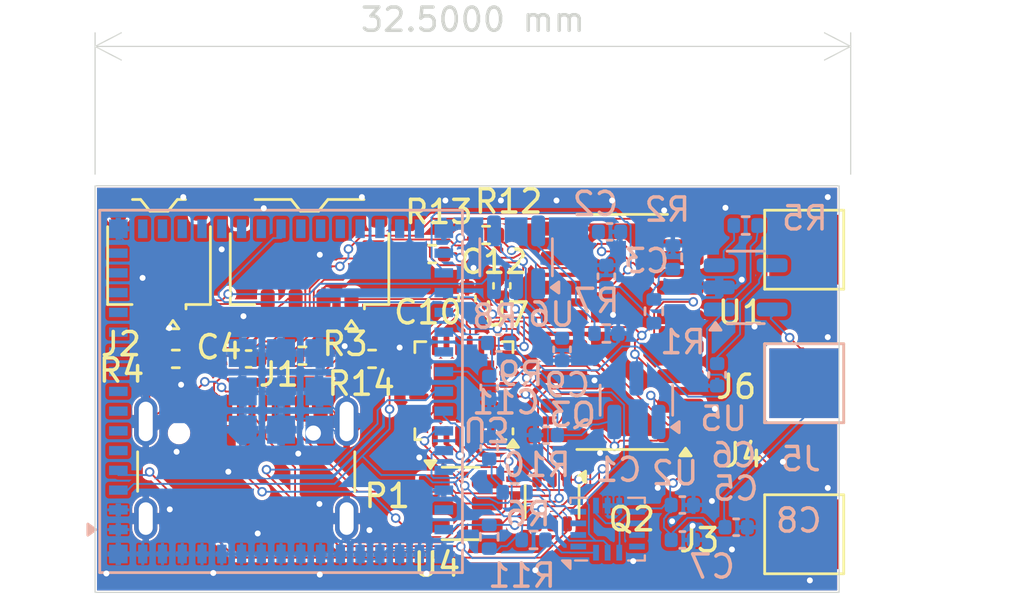
<source format=kicad_pcb>
(kicad_pcb (version 20240108) (generator "pcbnew") (generator_version "8.0")
  (layers (0 "F.Cu" signal) (31 "B.Cu" signal) (34 "B.Paste" user) (35 "F.Paste" user) (36 "B.SilkS" user "B.Silkscreen") (37 "F.SilkS" user "F.Silkscreen") (38 "B.Mask" user) (39 "F.Mask" user) (44 "Edge.Cuts" user))
  (net 0 "")
  (net 1 "+3.3V")
  (net 2 "GND")
  (net 3 "Net-(U1-VBG)")
  (net 4 "Net-(J1-Pin_1)")
  (net 5 "Net-(U1-INA-)")
  (net 6 "Net-(U1-INA+)")
  (net 7 "Net-(U5-BP)")
  (net 8 "V_CHARGE")
  (net 9 "Net-(J1-Pin_3)")
  (net 10 "Net-(J1-Pin_4)")
  (net 11 "BAT_CON+")
  (net 12 "LED_SIGNAL")
  (net 13 "BUTTON_POWER_IN")
  (net 15 "Net-(P1-CC)")
  (net 16 "Net-(P1-D-)")
  (net 17 "Net-(P1-D+)")
  (net 18 "RTS")
  (net 19 "EN")
  (net 20 "IO0")
  (net 21 "DTR")
  (net 22 "Net-(U1-VFB)")
  (net 23 "Net-(U5-ON{slash}~{OFF})")
  (net 24 "Net-(U6-PROG)")
  (net 25 "SCL")
  (net 26 "SDA")
  (net 27 "CHARGE_STATUS")
  (net 28 "Net-(U6-STAT)")
  (net 30 "ADC_OUT")
  (net 31 "ADC_CLK")
  (net 37 "IMU_INT")
  (net 39 "Net-(U7-D-)")
  (net 40 "Net-(U7-D+)")
  (net 45 "TXuc")
  (net 48 "RXux")
  (net 75 "Net-(U3-IO39)")
  (net 83 "Net-(Q3-B)")
  (footprint "Package_LGA:Bosch_LGA-14_3x2.5mm_P0.5mm" (layer "B.Cu") (at 78.04564027734152 56.02983345936061 0.0)
    (property "Reference" "U2")
    (property "Value" "IIM-42652")
  )
  (footprint "Package_TO_SOT_SMD:SOT-23-5" (layer "B.Cu") (at 83.98297872340426 45.623359375 0.0)
    (property "Reference" "U5")
    (property "Value" "TC2185-3.3VxCTTR")
  )
  (footprint "Capacitor_SMD:C_0402_1005Metric" (layer "B.Cu") (at 72.95319148936173 52.529296875 90.0)
    (property "Reference" "C11")
    (property "Value" "0.1uF")
  )
  (footprint "Capacitor_SMD:C_0402_1005Metric" (layer "F.Cu") (at 62.60425531914893 48.701171875 180.0)
    (property "Reference" "C4")
    (property "Value" "0.1uF")
  )
  (footprint "Capacitor_SMD:C_0402_1005Metric" (layer "B.Cu") (at 72.9531914893617 49.931640625 270.0)
    (property "Reference" "R9")
    (property "Value" "10k")
  )
  (footprint "Resistor_SMD:R_0402_1005Metric" (layer "B.Cu") (at 80.03404255319148 46.650390625 90.0)
    (property "Reference" "R1")
    (property "Value" "1k")
  )
  (footprint "Capacitor_SMD:C_0402_1005Metric" (layer "B.Cu") (at 81.2595744680851 56.494140625 0.0)
    (property "Reference" "C7")
    (property "Value" "2.2uF")
  )
  (footprint "Capacitor_SMD:C_0402_1005Metric" (layer "B.Cu") (at 83.57446808510637 55.947265625 0.0)
    (property "Reference" "C8")
    (property "Value" "0.1uF")
  )
  (footprint "Capacitor_SMD:C_0402_1005Metric" (layer "B.Cu") (at 75.40425531914894 51.982421875 180.0)
    (property "Reference" "C1")
    (property "Value" "10uF")
  )
  (footprint "TestPoint:TestPoint_Pad_3.0x3.0mm" (layer "F.Cu") (at 86.5 44.0 0.0)
    (property "Reference" "J6")
    (property "Value" "LED_LOW")
  )
  (footprint "Package_DFN_QFN:QFN-24-1EP_4x4mm_P0.5mm_EP2.6x2.6mm" (layer "F.Cu") (at 71.86382978723405 50.068359375 180.0)
    (property "Reference" "U7")
    (property "Value" "CP2104")
  )
  (footprint "Resistor_SMD:R_0402_1005Metric" (layer "B.Cu") (at 74.8595744680851 56.494140625 0.0)
    (property "Reference" "R11")
    (property "Value" "4.7k")
  )
  (footprint "Capacitor_SMD:C_0402_1005Metric" (layer "B.Cu") (at 73.36170212765958 48.017578125 180.0)
    (property "Reference" "R8")
    (property "Value" "10k")
  )
  (footprint "Connector_JST:JST_ACH_BM02B-ACHSS-GAN-ETF_1x02-1MP_P1.20mm_Vertical" (layer "F.Cu") (at 58.75 44.25 180.0)
    (property "Reference" "J2")
    (property "Value" "Battery_connector")
  )
  (footprint "Capacitor_SMD:C_0402_1005Metric" (layer "B.Cu") (at 77.99148936170212 45.146484375 90.0)
    (property "Reference" "C3")
    (property "Value" "10uF")
  )
  (footprint "Resistor_SMD:R_0402_1005Metric" (layer "B.Cu") (at 72.95319148936169 56.357421875 90.0)
    (property "Reference" "R6")
    (property "Value" "10k")
  )
  (footprint "Package_TO_SOT_SMD:SOT-23-5" (layer "B.Cu") (at 74.10872340425531 44.326171875 90.0)
    (property "Reference" "U6")
    (property "Value" "MCP73831-2-OT")
  )
  (footprint "Resistor_SMD:R_0402_1005Metric" (layer "B.Cu") (at 80.85106382978724 44.326171875 90.0)
    (property "Reference" "R2")
    (property "Value" "1k")
  )
  (footprint "Connector_JST:JST_ACH_BM04B-ACHSS-A-GAN-ETF_1x04-1MP_P1.20mm_Vertical" (layer "F.Cu") (at 65.225 44.25 180.0)
    (property "Reference" "J1")
    (property "Value" "Conn_01x04_Pin")
  )
  (footprint "Connector_USB:USB_C_Receptacle_GCT_USB4105-xx-A_16P_TopMnt_Horizontal" (layer "F.Cu") (at 62.5 54.5 0.0)
    (property "Reference" "P1")
    (property "Value" "USB_C_Plug_USB2.0")
  )
  (footprint "Capacitor_SMD:C_0402_1005Metric" (layer "B.Cu") (at 78.12765957446808 43.232421875 180.0)
    (property "Reference" "C2")
    (property "Value" "0.1uF")
  )
  (footprint "Capacitor_SMD:C_0402_1005Metric" (layer "B.Cu") (at 76.08510638297874 48.291015625 270.0)
    (property "Reference" "C9")
    (property "Value" "4.7uF")
  )
  (footprint "TestPoint:TestPoint_Pad_3.0x3.0mm" (layer "F.Cu") (at 86.5 56.25 0.0)
    (property "Reference" "J3")
    (property "Value" "LED_CONTROL")
  )
  (footprint "Capacitor_SMD:C_0402_1005Metric" (layer "B.Cu") (at 82.75744680851064 49.384765625 90.0)
    (property "Reference" "C6")
    (property "Value" "0.01uF")
  )
  (footprint "Capacitor_SMD:C_0402_1005Metric" (layer "F.Cu") (at 72.0 46.103515625 270.0)
    (property "Reference" "C10")
    (property "Value" "0.1uF")
  )
  (footprint "Resistor_SMD:R_0402_1005Metric" (layer "F.Cu") (at 67.91489361702126 48.701171875 0.0)
    (property "Reference" "R14")
    (property "Value" "10k")
  )
  (footprint "Resistor_SMD:R_0402_1005Metric" (layer "B.Cu") (at 74.04255319148936 54.443359375 180.0)
    (property "Reference" "R10")
    (property "Value" "4.7k")
  )
  (footprint "Resistor_SMD:R_0402_1005Metric" (layer "F.Cu") (at 59.47234042553192 48.701171875 180.0)
    (property "Reference" "R4")
    (property "Value" "100R")
  )
  (footprint "Package_TO_SOT_SMD:SOT-23-6" (layer "F.Cu") (at 71.72765957446808 54.923515625 0.0)
    (property "Reference" "U4")
    (property "Value" "USBLC6-2SC6")
  )
  (footprint "Resistor_SMD:R_0402_1005Metric" (layer "F.Cu") (at 70.50212765957447 44.189453125 0.0)
    (property "Reference" "R13")
    (property "Value" "5k")
  )
  (footprint "Package_TO_SOT_SMD:SOT-363_SC-70-6" (layer "F.Cu") (at 75.65659574468084 54.853515625 270.0)
    (property "Reference" "Q2")
    (property "Value" "UMH3N")
  )
  (footprint "Resistor_SMD:R_0402_1005Metric" (layer "F.Cu") (at 64.91914893617022 48.564453125 0.0)
    (property "Reference" "R3")
    (property "Value" "100R")
  )
  (footprint "Package_TO_SOT_SMD:SOT-23" (layer "B.Cu") (at 79.28319148936171 50.478515625 90.0)
    (property "Reference" "Q3")
    (property "Value" "BC808")
  )
  (footprint "Package_SO:SOP-16_3.9x9.9mm_P1.27mm" (layer "F.Cu") (at 78.67234042553191 47.539921875 180.0)
    (property "Reference" "U1")
    (property "Value" "HX711")
  )
  (footprint "Capacitor_SMD:C_0402_1005Metric" (layer "B.Cu") (at 81.2595744680851 54.990234375 180.0)
    (property "Reference" "C5")
    (property "Value" "3.1nF")
  )
  (footprint "Resistor_SMD:R_0402_1005Metric" (layer "B.Cu") (at 83.98297872340426 42.958984375 180.0)
    (property "Reference" "R5")
    (property "Value" "10k")
  )
  (footprint "Resistor_SMD:R_0402_1005Metric" (layer "B.Cu") (at 77.99148936170214 47.607421875 0.0)
    (property "Reference" "R7")
    (property "Value" "2k")
  )
  (footprint "TestPoint:TestPoint_Pad_3.0x3.0mm" (layer "F.Cu") (at 86.5 49.75 0.0)
    (property "Reference" "J4")
    (property "Value" "BTN_HIGH")
  )
  (footprint "Capacitor_SMD:C_0402_1005Metric" (layer "F.Cu") (at 73.49787234042553 45.556640625 90.0)
    (property "Reference" "C12")
    (property "Value" "0.1uF")
  )
  (footprint "Resistor_SMD:R_0402_1005Metric" (layer "F.Cu") (at 72.81702127659574 43.369140625 180.0)
    (property "Reference" "R12")
    (property "Value" "10k")
  )
  (footprint "TestPoint:TestPoint_Pad_3.0x3.0mm" (layer "B.Cu") (at 86.5 49.75 180.0)
    (property "Reference" "J5")
    (property "Value" "BTN_LOW")
  )
  (footprint "RF_Module:ESP32-S2-MINI-1U" (layer "B.Cu") (at 64.0 50.1 0.0)
    (property "Reference" "U3")
    (property "Value" "ESP32-S3-MINI-1U")
  )
  (gr_rect (start 56 41.25) (end 88 58.75) (stroke (width 0.05)) (fill none) (layer "Edge.Cuts"))
  (dimension (type aligned) (layer "Edge.Cuts") (pts (xy 56 41.25) (xy 88.5 41.25)) (height -6) (gr_text "32,5000 mm" (at 72.25 34.1 0) (layer "Edge.Cuts") (effects (font (size 1 1) (thickness 0.15)))) (format (prefix "") (suffix "") (units 3) (units_format 1) (precision 4)) (style (thickness 0.05) (arrow_length 1.27) (text_position_mode 0) (extension_height 0.58642) (extension_offset 0.5) keep_text_aligned))
  (segment (start 78.3587861328125 55.77621484375) (end 78.559357421875 55.9767861328125) (width 0.07859829291362899) (layer "B.Cu") (net 1))
  (segment (start 78.559357421875 55.9767861328125) (end 78.559357421875 56.6936455078125) (width 0.07859829291362899) (layer "B.Cu") (net 1))
  (segment (start 78.3587861328125 55.77621484375) (end 77.96721484375 55.77621484375) (width 0.07859829291362899) (layer "B.Cu") (net 1))
  (segment (start 77.96721484375 55.77621484375) (end 77.546 55.355) (width 0.07859829291362899) (layer "B.Cu") (net 1))
  (segment (start 78.3587861328125 55.77621484375) (end 78.47478515625 55.77621484375) (width 0.07859829291362899) (layer "B.Cu") (net 1))
  (segment (start 78.47478515625 55.77621484375) (end 78.971 55.28) (width 0.07859829291362899) (layer "B.Cu") (net 1))
  (segment (start 78.559357421875 56.6936455078125) (end 78.5480029296875 56.705) (width 0.07859829291362899) (layer "B.Cu") (net 1))
  (segment (start 78.5480029296875 56.705) (end 78.546 56.705) (width 0.07859829291362899) (layer "B.Cu") (net 1))
  (segment (start 77.546 55.355) (end 77.546 55.0175) (width 0.07859829291362899) (layer "B.Cu") (net 1))
  (segment (start 78.971 55.28) (end 79.3085 55.28) (width 0.07859829291362899) (layer "B.Cu") (net 1))
  (segment (start 78.546 56.705) (end 78.546 57.0425) (width 0.07859829291362899) (layer "B.Cu") (net 1))
  (segment (start 79.3085 55.28) (end 79.646 55.28) (width 0.07859829291362899) (layer "B.Cu") (net 1))
  (segment (start 79.646 55.28) (end 79.664427734375 55.261572265625) (width 0.07859829291362899) (layer "B.Cu") (net 1))
  (segment (start 79.664427734375 55.261572265625) (end 79.664427734375 55.2496708984375) (width 0.07859829291362899) (layer "B.Cu") (net 1))
  (segment (start 79.664427734375 55.2496708984375) (end 79.77826171875 55.1358369140625) (width 0.07859829291362899) (layer "B.Cu") (net 1))
  (segment (start 79.77826171875 55.1358369140625) (end 80.3675439453125 55.1358369140625) (width 0.07859829291362899) (layer "B.Cu") (net 1))
  (segment (start 80.3675439453125 55.1358369140625) (end 80.4813779296875 55.0220029296875) (width 0.07859829291362899) (layer "B.Cu") (net 1))
  (segment (start 80.4813779296875 55.0220029296875) (end 80.499 55.004380859375) (width 0.07859829291362899) (layer "B.Cu") (net 1))
  (segment (start 80.499 55.004380859375) (end 80.499 54.99) (width 0.07859829291362899) (layer "B.Cu") (net 1))
  (segment (start 80.499 54.99) (end 80.7795 54.99) (width 0.07859829291362899) (layer "B.Cu") (net 1))
  (segment (start 80.7795 54.99) (end 80.7795 55.301) (width 0.07859829291362899) (layer "B.Cu") (net 1))
  (segment (start 80.7795 54.99) (end 80.7795 54.679) (width 0.07859829291362899) (layer "B.Cu") (net 1))
  (segment (start 80.7795 55.301) (end 80.777583984375 55.302916015625) (width 0.07859829291362899) (layer "B.Cu") (net 1))
  (segment (start 80.777583984375 55.302916015625) (end 80.7095400390625 55.302916015625) (width 0.07859829291362899) (layer "B.Cu") (net 1))
  (segment (start 80.7795 54.679) (end 80.751658203125 54.651158203125) (width 0.07859829291362899) (layer "B.Cu") (net 1))
  (segment (start 80.751658203125 54.651158203125) (end 80.73547265625 54.651158203125) (width 0.07859829291362899) (layer "B.Cu") (net 1))
  (segment (start 80.7095400390625 55.302916015625) (end 80.5438466796875 55.468609375) (width 0.07859829291362899) (layer "B.Cu") (net 1))
  (segment (start 80.5438466796875 55.468609375) (end 80.5438466796875 55.5033486328125) (width 0.07859829291362899) (layer "B.Cu") (net 1))
  (segment (start 80.5438466796875 55.5033486328125) (end 80.4684130859375 55.5787822265625) (width 0.07859829291362899) (layer "B.Cu") (net 1))
  (segment (start 80.4684130859375 55.5787822265625) (end 80.4684130859375 55.9654130859375) (width 0.07859829291362899) (layer "B.Cu") (net 1))
  (segment (start 80.4684130859375 55.9654130859375) (end 80.686 56.183) (width 0.07859829291362899) (layer "B.Cu") (net 1))
  (segment (start 80.73547265625 54.651158203125) (end 80.73547265625 54.1695224609375) (width 0.07859829291362899) (layer "B.Cu") (net 1))
  (segment (start 80.73547265625 54.1695224609375) (end 80.8599716796875 54.0450234375) (width 0.07859829291362899) (layer "B.Cu") (net 1))
  (segment (start 80.686 56.183) (end 80.686 56.4005) (width 0.07859829291362899) (layer "B.Cu") (net 1))
  (segment (start 80.686 56.4005) (end 80.7795 56.494) (width 0.07859829291362899) (layer "B.Cu") (net 1))
  (segment (start 80.8599716796875 54.0450234375) (end 81.03592578125 53.869068359375) (width 0.07859829291362899) (layer "F.Cu") (net 1))
  (segment (start 81.03592578125 53.869068359375) (end 81.211880859375 53.6931142578125) (width 0.07859829291362899) (layer "F.Cu") (net 1))
  (segment (start 81.211880859375 53.6931142578125) (end 81.211880859375 52.314736328125) (width 0.07859829291362899) (layer "F.Cu") (net 1))
  (segment (start 77.5297978515625 56.5308720703125) (end 77.8718720703125 56.5308720703125) (width 0.07859829291362899) (layer "B.Cu") (net 25))
  (segment (start 77.8718720703125 56.5308720703125) (end 78.046 56.705) (width 0.07859829291362899) (layer "B.Cu") (net 25))
  (segment (start 77.5297978515625 56.5308720703125) (end 77.24018359375 56.2412578125) (width 0.07859829291362899) (layer "B.Cu") (net 25))
  (segment (start 77.24018359375 56.2412578125) (end 77.24018359375 54.9899912109375) (width 0.07859829291362899) (layer "B.Cu") (net 25))
  (segment (start 77.24018359375 54.9899912109375) (end 77.1865107421875 54.936318359375) (width 0.07859829291362899) (layer "B.Cu") (net 25))
  (segment (start 77.1865107421875 54.936318359375) (end 77.1865107421875 54.717576171875) (width 0.07859829291362899) (layer "B.Cu") (net 25))
  (segment (start 77.1865107421875 54.717576171875) (end 77.3563828125 54.547705078125) (width 0.07859829291362899) (layer "B.Cu") (net 25))
  (segment (start 77.3563828125 54.547705078125) (end 77.52625390625 54.3778330078125) (width 0.07859829291362899) (layer "B.Cu") (net 25))
  (segment (start 77.52625390625 54.3778330078125) (end 77.7130625 54.191025390625) (width 0.07859829291362899) (layer "B.Cu") (net 25))
  (segment (start 77.7130625 54.191025390625) (end 77.8998701171875 54.004216796875) (width 0.07859829291362899) (layer "B.Cu") (net 25))
  (segment (start 77.8998701171875 54.004216796875) (end 77.8998701171875 53.8083037109375) (width 0.07859829291362899) (layer "B.Cu") (net 25))
  (segment (start 77.8998701171875 53.8083037109375) (end 78.748685546875 52.95948828125) (width 0.07859829291362899) (layer "B.Cu") (net 25))
  (segment (start 78.748685546875 52.95948828125) (end 78.748685546875 52.0486904296875) (width 0.07859829291362899) (layer "B.Cu") (net 25))
  (segment (start 78.748685546875 52.0486904296875) (end 78.798166015625 51.9992099609375) (width 0.07859829291362899) (layer "B.Cu") (net 25))
  (segment (start 78.798166015625 51.9992099609375) (end 78.7508525390625 51.951896484375) (width 0.07859829291362899) (layer "B.Cu") (net 25))
  (segment (start 78.7508525390625 51.951896484375) (end 78.7508525390625 50.682234375) (width 0.07859829291362899) (layer "B.Cu") (net 25))
  (segment (start 78.7508525390625 50.682234375) (end 78.2097890625 50.1411708984375) (width 0.07859829291362899) (layer "B.Cu") (net 25))
  (segment (start 78.2097890625 50.1411708984375) (end 76.0327451171875 50.1411708984375) (width 0.07859829291362899) (layer "B.Cu") (net 25))
  (segment (start 76.0327451171875 50.1411708984375) (end 75.08587890625 49.1943046875) (width 0.07859829291362899) (layer "B.Cu") (net 25))
  (segment (start 75.08587890625 49.1943046875) (end 74.4021376953125 49.1943046875) (width 0.07859829291362899) (layer "B.Cu") (net 25))
  (segment (start 74.4021376953125 49.1943046875) (end 74.343658203125 49.2527841796875) (width 0.07859829291362899) (layer "B.Cu") (net 25))
  (segment (start 74.343658203125 49.2527841796875) (end 74.0525625 49.54387890625) (width 0.07859829291362899) (layer "B.Cu") (net 25))
  (segment (start 74.0525625 49.54387890625) (end 73.7614677734375 49.834974609375) (width 0.07859829291362899) (layer "B.Cu") (net 25))
  (segment (start 73.7614677734375 49.834974609375) (end 73.7298720703125 49.8665703125) (width 0.07859829291362899) (layer "B.Cu") (net 25))
  (segment (start 73.7298720703125 49.8665703125) (end 73.7139677734375 49.850666015625) (width 0.07859829291362899) (layer "B.Cu") (net 25))
  (segment (start 73.7139677734375 49.850666015625) (end 72.61340625 49.850666015625) (width 0.07859829291362899) (layer "B.Cu") (net 25))
  (segment (start 72.61340625 49.850666015625) (end 72.012740234375 49.25) (width 0.07859829291362899) (layer "B.Cu") (net 25))
  (segment (start 72.012740234375 49.25) (end 71.4 49.25) (width 0.07859829291362899) (layer "B.Cu") (net 25))
  (segment (start 77.5297978515625 56.5308720703125) (end 77.52892578125 56.53) (width 0.07859829291362899) (layer "B.Cu") (net 25))
  (segment (start 77.52892578125 56.53) (end 76.3994208984375 56.53) (width 0.07859829291362899) (layer "B.Cu") (net 25))
  (segment (start 76.3994208984375 56.53) (end 76.330927734375 56.4615068359375) (width 0.07859829291362899) (layer "B.Cu") (net 25))
  (segment (start 76.330927734375 56.4615068359375) (end 76.112912109375 56.243490234375) (width 0.07859829291362899) (layer "B.Cu") (net 25))
  (segment (start 76.112912109375 56.243490234375) (end 76.112912109375 55.59921484375) (width 0.07859829291362899) (layer "B.Cu") (net 25))
  (segment (start 76.112912109375 55.59921484375) (end 75.67687890625 55.16318359375) (width 0.07859829291362899) (layer "B.Cu") (net 25))
  (segment (start 75.67687890625 55.16318359375) (end 75.45886328125 54.9451669921875) (width 0.07859829291362899) (layer "B.Cu") (net 25))
  (segment (start 75.45886328125 54.9451669921875) (end 75.09936328125 54.5856669921875) (width 0.07859829291362899) (layer "B.Cu") (net 25))
  (segment (start 75.09936328125 54.5856669921875) (end 74.823 54.5856669921875) (width 0.07859829291362899) (layer "B.Cu") (net 25))
  (segment (start 78.046 56.705) (end 78.046 57.0425) (width 0.07859829291362899) (layer "B.Cu") (net 25))
  (segment (start 71.4 49.25) (end 71.0 49.25) (width 0.07859829291362899) (layer "B.Cu") (net 25))
  (segment (start 74.823 54.5856669921875) (end 74.6635712890625 54.42623828125) (width 0.07859829291362899) (layer "B.Cu") (net 25))
  (segment (start 74.6635712890625 54.42623828125) (end 74.6635712890625 54.3364287109375) (width 0.07859829291362899) (layer "B.Cu") (net 25))
  (segment (start 68.66676171875 50.8641201171875) (end 68.66676171875 49.3872509765625) (width 0.07859829291362899) (layer "F.Cu") (net 1))
  (segment (start 68.66676171875 49.3872509765625) (end 68.91923828125 49.1347734375) (width 0.07859829291362899) (layer "F.Cu") (net 1))
  (segment (start 68.91923828125 49.1347734375) (end 69.42419140625 48.6298203125) (width 0.07859829291362899) (layer "F.Cu") (net 1))
  (segment (start 69.42419140625 48.6298203125) (end 69.6766689453125 48.37734375) (width 0.07859829291362899) (layer "F.Cu") (net 1))
  (segment (start 69.6766689453125 48.37734375) (end 69.925326171875 48.128685546875) (width 0.07859829291362899) (layer "F.Cu") (net 1))
  (segment (start 69.925326171875 48.128685546875) (end 70.173984375 47.8800283203125) (width 0.07859829291362899) (layer "F.Cu") (net 1))
  (segment (start 70.173984375 47.8800283203125) (end 70.195369140625 47.8800283203125) (width 0.07859829291362899) (layer "F.Cu") (net 1))
  (segment (start 70.195369140625 47.8800283203125) (end 71.4918974609375 46.5835) (width 0.07859829291362899) (layer "F.Cu") (net 1))
  (segment (start 71.4918974609375 46.5835) (end 71.689 46.5835) (width 0.07859829291362899) (layer "F.Cu") (net 1))
  (segment (start 68.66676171875 50.8641201171875) (end 68.66676171875 51.7121162109375) (width 0.07859829291362899) (layer "B.Cu") (net 1))
  (segment (start 68.66676171875 51.7121162109375) (end 67.49591015625 52.8829677734375) (width 0.07859829291362899) (layer "B.Cu") (net 1))
  (segment (start 67.49591015625 52.8829677734375) (end 67.7678720703125 53.1549296875) (width 0.07859829291362899) (layer "B.Cu") (net 1))
  (segment (start 67.7678720703125 53.1549296875) (end 68.039833984375 53.426890625) (width 0.07859829291362899) (layer "B.Cu") (net 1))
  (segment (start 68.039833984375 53.426890625) (end 68.311794921875 53.6988525390625) (width 0.07859829291362899) (layer "B.Cu") (net 1))
  (segment (start 68.311794921875 53.6988525390625) (end 70.19973046875 53.6988525390625) (width 0.07859829291362899) (layer "B.Cu") (net 1))
  (segment (start 70.19973046875 53.6988525390625) (end 70.5166220703125 54.015744140625) (width 0.07859829291362899) (layer "B.Cu") (net 1))
  (segment (start 70.5166220703125 54.015744140625) (end 70.8979384765625 54.015744140625) (width 0.07859829291362899) (layer "B.Cu") (net 1))
  (segment (start 70.8979384765625 54.015744140625) (end 70.900060546875 54.0136220703125) (width 0.07859829291362899) (layer "B.Cu") (net 1))
  (segment (start 70.900060546875 54.0136220703125) (end 71.4997431640625 54.0136220703125) (width 0.07859829291362899) (layer "B.Cu") (net 1))
  (segment (start 67.49591015625 52.8829677734375) (end 67.26316015625 53.11571875) (width 0.07859829291362899) (layer "B.Cu") (net 1))
  (segment (start 67.26316015625 53.11571875) (end 67.0304091796875 53.34846875) (width 0.07859829291362899) (layer "B.Cu") (net 1))
  (segment (start 67.0304091796875 53.34846875) (end 66.2968935546875 54.081984375) (width 0.07859829291362899) (layer "B.Cu") (net 1))
  (segment (start 66.2968935546875 54.081984375) (end 57.668015625 54.081984375) (width 0.07859829291362899) (layer "B.Cu") (net 1))
  (segment (start 57.668015625 54.081984375) (end 57.4 54.35) (width 0.07859829291362899) (layer "B.Cu") (net 1))
  (segment (start 71.689 46.5835) (end 72.0 46.5835) (width 0.07859829291362899) (layer "F.Cu") (net 1))
  (segment (start 72.0 46.5835) (end 72.0 46.864) (width 0.07859829291362899) (layer "F.Cu") (net 1))
  (segment (start 57.4 54.35) (end 57.0 54.35) (width 0.07859829291362899) (layer "B.Cu") (net 1))
  (segment (start 71.4997431640625 54.0136220703125) (end 71.7241513671875 53.7892138671875) (width 0.07859829291362899) (layer "B.Cu") (net 1))
  (segment (start 71.7241513671875 53.7892138671875) (end 71.90119921875 53.7892138671875) (width 0.07859829291362899) (layer "B.Cu") (net 1))
  (segment (start 71.90119921875 53.7892138671875) (end 72.150806640625 53.539607421875) (width 0.07859829291362899) (layer "B.Cu") (net 1))
  (segment (start 72.150806640625 53.539607421875) (end 72.4004130859375 53.29) (width 0.07859829291362899) (layer "B.Cu") (net 1))
  (segment (start 72.4004130859375 53.29) (end 72.8493330078125 53.29) (width 0.07859829291362899) (layer "B.Cu") (net 1))
  (segment (start 71.4997431640625 54.0136220703125) (end 71.6209892578125 54.3255791015625) (width 0.07859829291362899) (layer "B.Cu") (net 1))
  (segment (start 71.6209892578125 54.3255791015625) (end 71.6209892578125 54.3462119140625) (width 0.07859829291362899) (layer "B.Cu") (net 1))
  (segment (start 71.6209892578125 54.3462119140625) (end 72.249646484375 54.974869140625) (width 0.07859829291362899) (layer "B.Cu") (net 1))
  (segment (start 72.249646484375 54.974869140625) (end 73.085611328125 54.974869140625) (width 0.07859829291362899) (layer "B.Cu") (net 1))
  (segment (start 73.085611328125 54.974869140625) (end 73.586466796875 55.475724609375) (width 0.07859829291362899) (layer "B.Cu") (net 1))
  (segment (start 73.586466796875 55.475724609375) (end 74.399853515625 55.475724609375) (width 0.07859829291362899) (layer "B.Cu") (net 1))
  (segment (start 74.399853515625 55.475724609375) (end 74.6994248046875 55.1761533203125) (width 0.07859829291362899) (layer "B.Cu") (net 1))
  (segment (start 74.6994248046875 55.1761533203125) (end 75.2172822265625 55.1761533203125) (width 0.07859829291362899) (layer "B.Cu") (net 1))
  (segment (start 74.399853515625 55.475724609375) (end 74.3786787109375 55.4968994140625) (width 0.07859829291362899) (layer "B.Cu") (net 1))
  (segment (start 74.3786787109375 55.4968994140625) (end 74.3786787109375 55.81716015625) (width 0.07859829291362899) (layer "B.Cu") (net 1))
  (segment (start 74.3786787109375 55.81716015625) (end 74.35750390625 56.1585947265625) (width 0.07859829291362899) (layer "B.Cu") (net 1))
  (segment (start 72.8493330078125 53.29) (end 72.8493330078125 53.1126669921875) (width 0.07859829291362899) (layer "B.Cu") (net 1))
  (segment (start 72.8493330078125 53.1126669921875) (end 72.953 53.009) (width 0.07859829291362899) (layer "B.Cu") (net 1))
  (segment (start 72.0 46.864) (end 71.9898134765625 46.8741865234375) (width 0.07859829291362899) (layer "F.Cu") (net 1))
  (segment (start 71.9898134765625 46.8741865234375) (end 71.98453515625 46.8741865234375) (width 0.07859829291362899) (layer "F.Cu") (net 1))
  (segment (start 71.98453515625 46.8741865234375) (end 71.98453515625 47.2186748046875) (width 0.07859829291362899) (layer "F.Cu") (net 1))
  (segment (start 71.98453515625 47.2186748046875) (end 72.129287109375 47.3634267578125) (width 0.07859829291362899) (layer "F.Cu") (net 1))
  (segment (start 72.129287109375 47.3634267578125) (end 72.129287109375 47.707916015625) (width 0.07859829291362899) (layer "F.Cu") (net 1))
  (segment (start 72.953 53.009) (end 73.0566669921875 53.1126669921875) (width 0.07859829291362899) (layer "B.Cu") (net 1))
  (segment (start 73.0566669921875 53.1126669921875) (end 73.0566669921875 53.29) (width 0.07859829291362899) (layer "B.Cu") (net 1))
  (segment (start 75.2172822265625 55.1761533203125) (end 75.34988671875 55.043548828125) (width 0.07859829291362899) (layer "F.Cu") (net 1))
  (segment (start 75.34988671875 55.043548828125) (end 76.03916015625 55.043548828125) (width 0.07859829291362899) (layer "F.Cu") (net 1))
  (segment (start 76.03916015625 55.043548828125) (end 76.087076171875 54.9956328125) (width 0.07859829291362899) (layer "F.Cu") (net 1))
  (segment (start 76.087076171875 54.9956328125) (end 76.1202236328125 54.9956328125) (width 0.07859829291362899) (layer "F.Cu") (net 1))
  (segment (start 76.1202236328125 54.9956328125) (end 76.312291015625 54.80356640625) (width 0.07859829291362899) (layer "F.Cu") (net 1))
  (segment (start 76.312291015625 54.80356640625) (end 76.504357421875 54.6114990234375) (width 0.07859829291362899) (layer "F.Cu") (net 1))
  (segment (start 76.504357421875 54.6114990234375) (end 76.8438427734375 54.6114990234375) (width 0.07859829291362899) (layer "F.Cu") (net 1))
  (segment (start 76.8438427734375 54.6114990234375) (end 77.3144091796875 54.1409326171875) (width 0.07859829291362899) (layer "F.Cu") (net 1))
  (segment (start 77.3144091796875 54.1409326171875) (end 77.2987666015625 54.1252900390625) (width 0.07859829291362899) (layer "F.Cu") (net 1))
  (segment (start 77.2987666015625 54.1252900390625) (end 77.2987666015625 53.4379033203125) (width 0.07859829291362899) (layer "F.Cu") (net 1))
  (segment (start 77.2987666015625 53.4379033203125) (end 76.669 52.80813671875) (width 0.07859829291362899) (layer "F.Cu") (net 1))
  (segment (start 76.669 52.80813671875) (end 76.669 52.286) (width 0.07859829291362899) (layer "F.Cu") (net 1))
  (segment (start 74.35750390625 56.1585947265625) (end 74.3495 56.1665986328125) (width 0.07859829291362899) (layer "B.Cu") (net 1))
  (segment (start 74.3495 56.1665986328125) (end 74.3495 56.173) (width 0.07859829291362899) (layer "B.Cu") (net 1))
  (segment (start 73.0566669921875 53.29) (end 73.0566669921875 53.79070703125) (width 0.07859829291362899) (layer "B.Cu") (net 1))
  (segment (start 73.0566669921875 53.79070703125) (end 73.3756904296875 54.10973046875) (width 0.07859829291362899) (layer "B.Cu") (net 1))
  (segment (start 76.669 52.286) (end 76.368 51.985) (width 0.07859829291362899) (layer "F.Cu") (net 1))
  (segment (start 76.368 51.985) (end 75.863400390625 51.985) (width 0.07859829291362899) (layer "F.Cu") (net 1))
  (segment (start 74.3495 56.173) (end 74.3495 56.494) (width 0.07859829291362899) (layer "B.Cu") (net 1))
  (segment (start 72.129287109375 47.707916015625) (end 72.119203125 47.718) (width 0.07859829291362899) (layer "F.Cu") (net 1))
  (segment (start 72.119203125 47.718) (end 72.1135 47.718) (width 0.07859829291362899) (layer "F.Cu") (net 1))
  (segment (start 72.1135 47.718) (end 72.1135 48.131) (width 0.07859829291362899) (layer "F.Cu") (net 1))
  (segment (start 73.3756904296875 54.10973046875) (end 73.3889599609375 54.123) (width 0.07859829291362899) (layer "B.Cu") (net 1))
  (segment (start 73.3889599609375 54.123) (end 73.3955 54.123) (width 0.07859829291362899) (layer "B.Cu") (net 1))
  (segment (start 75.863400390625 51.985) (end 77.173 51.985) (width 0.07859829291362899) (layer "F.Cu") (net 1))
  (segment (start 75.863400390625 51.985) (end 75.884 51.964400390625) (width 0.07859829291362899) (layer "F.Cu") (net 1))
  (segment (start 75.884 51.964400390625) (end 75.884 51.684) (width 0.07859829291362899) (layer "F.Cu") (net 1))
  (segment (start 74.3495 56.494) (end 74.2425 56.387) (width 0.07859829291362899) (layer "B.Cu") (net 1))
  (segment (start 74.2425 56.387) (end 74.079 56.387) (width 0.07859829291362899) (layer "B.Cu") (net 1))
  (segment (start 73.3955 54.123) (end 73.477 54.2045) (width 0.07859829291362899) (layer "B.Cu") (net 1))
  (segment (start 73.477 54.2045) (end 73.477 54.4455) (width 0.07859829291362899) (layer "B.Cu") (net 1))
  (segment (start 77.173 51.985) (end 77.1907041015625 51.9672958984375) (width 0.07859829291362899) (layer "F.Cu") (net 1))
  (segment (start 77.1907041015625 51.9672958984375) (end 77.1907041015625 51.9581650390625) (width 0.07859829291362899) (layer "F.Cu") (net 1))
  (segment (start 75.884 51.684) (end 75.884 51.672) (width 0.07859829291362899) (layer "F.Cu") (net 1))
  (segment (start 74.079 56.387) (end 74.066771484375 56.399228515625) (width 0.07859829291362899) (layer "B.Cu") (net 1))
  (segment (start 74.066771484375 56.399228515625) (end 74.066771484375 56.4022822265625) (width 0.07859829291362899) (layer "B.Cu") (net 1))
  (segment (start 77.1907041015625 51.9581650390625) (end 77.8405986328125 51.9581650390625) (width 0.07859829291362899) (layer "F.Cu") (net 1))
  (segment (start 77.8405986328125 51.9581650390625) (end 78.34100390625 52.4585703125) (width 0.07859829291362899) (layer "F.Cu") (net 1))
  (segment (start 75.884 51.672) (end 75.884 51.5011318359375) (width 0.07859829291362899) (layer "F.Cu") (net 1))
  (segment (start 75.884 51.5011318359375) (end 76.0240078125 51.3611240234375) (width 0.07859829291362899) (layer "F.Cu") (net 1))
  (segment (start 76.0240078125 51.3611240234375) (end 76.1640146484375 51.050248046875) (width 0.07859829291362899) (layer "F.Cu") (net 1))
  (segment (start 74.066771484375 56.4022822265625) (end 73.706705078125 56.7623486328125) (width 0.07859829291362899) (layer "B.Cu") (net 1))
  (segment (start 73.706705078125 56.7623486328125) (end 73.466244140625 56.7623486328125) (width 0.07859829291362899) (layer "B.Cu") (net 1))
  (segment (start 73.466244140625 56.7623486328125) (end 73.2862109375 56.9423818359375) (width 0.07859829291362899) (layer "B.Cu") (net 1))
  (segment (start 78.34100390625 52.4585703125) (end 78.333 52.45056640625) (width 0.07859829291362899) (layer "B.Cu") (net 1))
  (segment (start 78.333 52.45056640625) (end 78.333 52.154) (width 0.07859829291362899) (layer "B.Cu") (net 1))
  (segment (start 78.34100390625 52.4585703125) (end 78.57957421875 52.22) (width 0.07859829291362899) (layer "F.Cu") (net 1))
  (segment (start 78.57957421875 52.22) (end 80.171 52.22) (width 0.07859829291362899) (layer "F.Cu") (net 1))
  (segment (start 76.1640146484375 51.050248046875) (end 76.172 51.0422626953125) (width 0.07859829291362899) (layer "F.Cu") (net 1))
  (segment (start 76.172 51.0422626953125) (end 76.172 51.016) (width 0.07859829291362899) (layer "F.Cu") (net 1))
  (segment (start 73.2862109375 56.9423818359375) (end 73.274 56.9545927734375) (width 0.07859829291362899) (layer "B.Cu") (net 1))
  (segment (start 73.274 56.9545927734375) (end 73.274 56.9576669921875) (width 0.07859829291362899) (layer "B.Cu") (net 1))
  (segment (start 78.333 52.154) (end 78.333 51.416) (width 0.07859829291362899) (layer "B.Cu") (net 1))
  (segment (start 80.171 52.22) (end 80.4007138671875 51.9902861328125) (width 0.07859829291362899) (layer "F.Cu") (net 1))
  (segment (start 80.4007138671875 51.9902861328125) (end 80.8467138671875 51.9902861328125) (width 0.07859829291362899) (layer "F.Cu") (net 1))
  (segment (start 76.172 51.016) (end 76.172 50.715) (width 0.07859829291362899) (layer "F.Cu") (net 1))
  (segment (start 73.274 56.9576669921875) (end 73.0431669921875 56.9576669921875) (width 0.07859829291362899) (layer "B.Cu") (net 1))
  (segment (start 73.0431669921875 56.9576669921875) (end 72.953 56.8675) (width 0.07859829291362899) (layer "B.Cu") (net 1))
  (segment (start 78.333 51.416) (end 78.032 51.416) (width 0.07859829291362899) (layer "B.Cu") (net 1))
  (segment (start 80.8467138671875 51.9902861328125) (end 81.172 52.286) (width 0.07859829291362899) (layer "F.Cu") (net 1))
  (segment (start 78.032 51.416) (end 78.0180419921875 51.4299580078125) (width 0.07859829291362899) (layer "B.Cu") (net 1))
  (segment (start 78.0180419921875 51.4299580078125) (end 78.0001494140625 51.4299580078125) (width 0.07859829291362899) (layer "B.Cu") (net 1))
  (segment (start 81.172 52.286) (end 81.200736328125 52.314736328125) (width 0.07859829291362899) (layer "F.Cu") (net 1))
  (segment (start 81.200736328125 52.314736328125) (end 81.211880859375 52.314736328125) (width 0.07859829291362899) (layer "F.Cu") (net 1))
  (segment (start 78.0001494140625 51.4299580078125) (end 77.6474580078125 51.5222568359375) (width 0.07859829291362899) (layer "B.Cu") (net 1))
  (segment (start 77.6474580078125 51.5222568359375) (end 77.3870654296875 51.5222568359375) (width 0.07859829291362899) (layer "B.Cu") (net 1))
  (segment (start 77.3870654296875 51.5222568359375) (end 76.925572265625 51.98375) (width 0.07859829291362899) (layer "B.Cu") (net 1))
  (segment (start 76.925572265625 51.98375) (end 75.884 51.98375) (width 0.07859829291362899) (layer "B.Cu") (net 1))
  (segment (start 75.884 51.98375) (end 75.884 50.84434375) (width 0.07859829291362899) (layer "B.Cu") (net 1))
  (segment (start 75.884 50.84434375) (end 74.56559765625 49.52594140625) (width 0.07859829291362899) (layer "B.Cu") (net 1))
  (segment (start 74.56559765625 49.52594140625) (end 74.3469248046875 49.3072685546875) (width 0.07859829291362899) (layer "F.Cu") (net 1))
  (segment (start 74.3469248046875 49.3072685546875) (end 74.221857421875 49.3072685546875) (width 0.07859829291362899) (layer "F.Cu") (net 1))
  (segment (start 74.221857421875 49.3072685546875) (end 74.214 49.3151259765625) (width 0.07859829291362899) (layer "F.Cu") (net 1))
  (segment (start 74.214 49.3151259765625) (end 74.214 49.3185) (width 0.07859829291362899) (layer "F.Cu") (net 1))
  (segment (start 74.214 49.3185) (end 73.801 49.3185) (width 0.07859829291362899) (layer "F.Cu") (net 1))
  (segment (start 73.801 49.3185) (end 73.801 49.193) (width 0.07859829291362899) (layer "F.Cu") (net 1))
  (segment (start 73.801 49.193) (end 73.801 48.944) (width 0.07859829291362899) (layer "F.Cu") (net 1))
  (segment (start 73.801 48.944) (end 73.801 48.8185) (width 0.07859829291362899) (layer "F.Cu") (net 1))
  (segment (start 75.75794921875 47.64538671875) (end 75.7586689453125 47.6446669921875) (width 0.07859829291362899) (layer "B.Cu") (net 8))
  (segment (start 75.7586689453125 47.6446669921875) (end 75.774 47.6446669921875) (width 0.07859829291362899) (layer "B.Cu") (net 8))
  (segment (start 75.75794921875 47.64538671875) (end 75.214451171875 47.101888671875) (width 0.07859829291362899) (layer "B.Cu") (net 8))
  (segment (start 75.214451171875 47.101888671875) (end 75.214451171875 46.8793544921875) (width 0.07859829291362899) (layer "B.Cu") (net 8))
  (segment (start 75.214451171875 46.8793544921875) (end 74.529173828125 46.1940771484375) (width 0.07859829291362899) (layer "B.Cu") (net 8))
  (segment (start 74.529173828125 46.1940771484375) (end 74.529173828125 44.811080078125) (width 0.07859829291362899) (layer "B.Cu") (net 8))
  (segment (start 74.529173828125 44.811080078125) (end 74.412146484375 44.694052734375) (width 0.07859829291362899) (layer "B.Cu") (net 8))
  (segment (start 74.412146484375 44.694052734375) (end 74.412146484375 44.4955078125) (width 0.07859829291362899) (layer "B.Cu") (net 8))
  (segment (start 75.774 47.6446669921875) (end 75.8976669921875 47.6446669921875) (width 0.07859829291362899) (layer "B.Cu") (net 8))
  (segment (start 75.8976669921875 47.6446669921875) (end 76.085 47.832) (width 0.07859829291362899) (layer "B.Cu") (net 8))
  (segment (start 74.412146484375 44.4955078125) (end 74.412146484375 44.915931640625) (width 0.07859829291362899) (layer "F.Cu") (net 8))
  (segment (start 74.412146484375 44.915931640625) (end 73.634 45.694078125) (width 0.07859829291362899) (layer "F.Cu") (net 8))
  (segment (start 73.634 45.694078125) (end 73.634 45.756) (width 0.07859829291362899) (layer "F.Cu") (net 8))
  (segment (start 74.412146484375 44.4955078125) (end 74.3578740234375 44.5497802734375) (width 0.07859829291362899) (layer "F.Cu") (net 8))
  (segment (start 74.3578740234375 44.5497802734375) (end 73.0886494140625 44.5497802734375) (width 0.07859829291362899) (layer "F.Cu") (net 8))
  (segment (start 73.0886494140625 44.5497802734375) (end 72.9654541015625 44.4265849609375) (width 0.07859829291362899) (layer "F.Cu") (net 8))
  (segment (start 72.9654541015625 44.4265849609375) (end 72.08823046875 44.4265849609375) (width 0.07859829291362899) (layer "F.Cu") (net 8))
  (segment (start 72.08823046875 44.4265849609375) (end 71.8468916015625 44.667923828125) (width 0.07859829291362899) (layer "F.Cu") (net 8))
  (segment (start 71.8468916015625 44.667923828125) (end 70.7733837890625 44.667923828125) (width 0.07859829291362899) (layer "F.Cu") (net 8))
  (segment (start 70.7733837890625 44.667923828125) (end 70.40208203125 44.2966220703125) (width 0.07859829291362899) (layer "F.Cu") (net 8))
  (segment (start 70.40208203125 44.2966220703125) (end 70.40208203125 43.9109052734375) (width 0.07859829291362899) (layer "F.Cu") (net 8))
  (segment (start 70.40208203125 43.9109052734375) (end 70.2112587890625 43.72008203125) (width 0.07859829291362899) (layer "F.Cu") (net 8))
  (segment (start 70.2112587890625 43.72008203125) (end 70.1803955078125 43.7509453125) (width 0.07859829291362899) (layer "F.Cu") (net 8))
  (segment (start 70.1803955078125 43.7509453125) (end 68.98539453125 43.7509453125) (width 0.07859829291362899) (layer "F.Cu") (net 8))
  (segment (start 68.98539453125 43.7509453125) (end 68.0543056640625 44.6820341796875) (width 0.07859829291362899) (layer "F.Cu") (net 8))
  (segment (start 68.0543056640625 44.6820341796875) (end 67.27498828125 44.6820341796875) (width 0.07859829291362899) (layer "F.Cu") (net 8))
  (segment (start 67.27498828125 44.6820341796875) (end 66.664646484375 45.2923759765625) (width 0.07859829291362899) (layer "F.Cu") (net 8))
  (segment (start 66.664646484375 45.2923759765625) (end 65.850068359375 45.2923759765625) (width 0.07859829291362899) (layer "F.Cu") (net 8))
  (segment (start 65.850068359375 45.2923759765625) (end 65.396177734375 45.7462666015625) (width 0.07859829291362899) (layer "F.Cu") (net 8))
  (segment (start 65.396177734375 45.7462666015625) (end 65.4075986328125 45.7576875) (width 0.07859829291362899) (layer "F.Cu") (net 8))
  (segment (start 65.4075986328125 45.7576875) (end 65.4075986328125 46.531052734375) (width 0.07859829291362899) (layer "F.Cu") (net 8))
  (segment (start 65.4075986328125 46.531052734375) (end 65.620875 46.744328125) (width 0.07859829291362899) (layer "F.Cu") (net 8))
  (segment (start 65.620875 46.744328125) (end 66.11385546875 47.23730859375) (width 0.07859829291362899) (layer "F.Cu") (net 8))
  (segment (start 66.11385546875 47.23730859375) (end 66.11385546875 47.237310546875) (width 0.07859829291362899) (layer "F.Cu") (net 8))
  (segment (start 66.11385546875 47.237310546875) (end 66.3271318359375 47.4505859375) (width 0.07859829291362899) (layer "F.Cu") (net 8))
  (segment (start 66.3271318359375 47.4505859375) (end 66.84030078125 47.4505859375) (width 0.07859829291362899) (layer "F.Cu") (net 8))
  (segment (start 66.84030078125 47.4505859375) (end 67.806158203125 48.416443359375) (width 0.07859829291362899) (layer "F.Cu") (net 8))
  (segment (start 67.806158203125 48.416443359375) (end 67.7915185546875 48.4310830078125) (width 0.07859829291362899) (layer "F.Cu") (net 8))
  (segment (start 67.7915185546875 48.4310830078125) (end 67.7915185546875 49.0310439453125) (width 0.07859829291362899) (layer "F.Cu") (net 8))
  (segment (start 67.7915185546875 49.0310439453125) (end 67.161091796875 49.661470703125) (width 0.07859829291362899) (layer "F.Cu") (net 8))
  (segment (start 67.161091796875 49.661470703125) (end 65.708029296875 49.661470703125) (width 0.07859829291362899) (layer "F.Cu") (net 8))
  (segment (start 65.708029296875 49.661470703125) (end 65.1255 50.244) (width 0.07859829291362899) (layer "F.Cu") (net 8))
  (segment (start 74.412146484375 44.4955078125) (end 73.98203125 44.4955078125) (width 0.07859829291362899) (layer "B.Cu") (net 8))
  (segment (start 73.98203125 44.4955078125) (end 73.826783203125 44.340259765625) (width 0.07859829291362899) (layer "B.Cu") (net 8))
  (segment (start 73.826783203125 44.340259765625) (end 73.7424951171875 44.340259765625) (width 0.07859829291362899) (layer "B.Cu") (net 8))
  (segment (start 73.7424951171875 44.340259765625) (end 73.46 44.0577646484375) (width 0.07859829291362899) (layer "B.Cu") (net 8))
  (segment (start 73.46 44.0577646484375) (end 73.46 43.771) (width 0.07859829291362899) (layer "B.Cu") (net 8))
  (segment (start 73.634 45.756) (end 73.48825 45.90175) (width 0.07859829291362899) (layer "F.Cu") (net 8))
  (segment (start 73.48825 45.90175) (end 73.48825 46.035625) (width 0.07859829291362899) (layer "F.Cu") (net 8))
  (segment (start 65.1255 50.244) (end 64.9503330078125 50.4191669921875) (width 0.07859829291362899) (layer "F.Cu") (net 8))
  (segment (start 64.9503330078125 50.4191669921875) (end 64.9503330078125 50.8725) (width 0.07859829291362899) (layer "F.Cu") (net 8))
  (segment (start 73.46 43.771) (end 73.2085 43.5195) (width 0.07859829291362899) (layer "B.Cu") (net 8))
  (segment (start 73.2085 43.5195) (end 73.2085 43.27875) (width 0.07859829291362899) (layer "B.Cu") (net 8))
  (segment (start 73.48825 46.035625) (end 73.675125 46.2225) (width 0.07859829291362899) (layer "F.Cu") (net 8))
  (segment (start 73.675125 46.2225) (end 73.8085 46.2225) (width 0.07859829291362899) (layer "F.Cu") (net 8))
  (segment (start 64.9503330078125 50.8725) (end 64.9503330078125 51.2706669921875) (width 0.07859829291362899) (layer "F.Cu") (net 8))
  (segment (start 64.9503330078125 51.2706669921875) (end 64.825 51.396) (width 0.07859829291362899) (layer "F.Cu") (net 8))
  (segment (start 64.9503330078125 50.8725) (end 64.9503330078125 50.8223330078125) (width 0.07859829291362899) (layer "F.Cu") (net 8))
  (segment (start 64.9503330078125 50.8223330078125) (end 64.6 50.472) (width 0.07859829291362899) (layer "F.Cu") (net 8))
  (segment (start 73.8085 46.2225) (end 74.0767197265625 46.4907197265625) (width 0.07859829291362899) (layer "F.Cu") (net 8))
  (segment (start 74.0767197265625 46.4907197265625) (end 74.0767197265625 46.5522216796875) (width 0.07859829291362899) (layer "F.Cu") (net 8))
  (segment (start 64.825 51.396) (end 64.81419140625 51.40680859375) (width 0.07859829291362899) (layer "F.Cu") (net 8))
  (segment (start 64.81419140625 51.40680859375) (end 64.8070361328125 51.40680859375) (width 0.07859829291362899) (layer "F.Cu") (net 8))
  (segment (start 64.6 50.472) (end 64.5995 50.472) (width 0.07859829291362899) (layer "F.Cu") (net 8))
  (segment (start 74.0767197265625 46.5522216796875) (end 74.4507880859375 46.9262900390625) (width 0.07859829291362899) (layer "B.Cu") (net 8))
  (segment (start 74.4507880859375 46.9262900390625) (end 74.4507880859375 48.1681689453125) (width 0.07859829291362899) (layer "B.Cu") (net 8))
  (segment (start 64.8070361328125 51.40680859375) (end 64.8070361328125 51.972892578125) (width 0.07859829291362899) (layer "F.Cu") (net 8))
  (segment (start 64.8070361328125 51.972892578125) (end 65.1316015625 52.2974580078125) (width 0.07859829291362899) (layer "F.Cu") (net 8))
  (segment (start 65.1316015625 52.2974580078125) (end 65.17249609375 52.2974580078125) (width 0.07859829291362899) (layer "F.Cu") (net 8))
  (segment (start 65.17249609375 52.2974580078125) (end 65.437419921875 52.5623828125) (width 0.07859829291362899) (layer "F.Cu") (net 8))
  (segment (start 65.437419921875 52.5623828125) (end 65.7023447265625 52.827306640625) (width 0.07859829291362899) (layer "F.Cu") (net 8))
  (segment (start 65.7023447265625 52.827306640625) (end 65.96726953125 53.0922314453125) (width 0.07859829291362899) (layer "F.Cu") (net 8))
  (segment (start 65.96726953125 53.0922314453125) (end 66.232193359375 53.35715625) (width 0.07859829291362899) (layer "F.Cu") (net 8))
  (segment (start 66.232193359375 53.35715625) (end 66.4971181640625 53.622080078125) (width 0.07859829291362899) (layer "F.Cu") (net 8))
  (segment (start 66.4971181640625 53.622080078125) (end 66.76204296875 53.8870048828125) (width 0.07859829291362899) (layer "F.Cu") (net 8))
  (segment (start 66.76204296875 53.8870048828125) (end 67.026966796875 54.1519296875) (width 0.07859829291362899) (layer "F.Cu") (net 8))
  (segment (start 67.026966796875 54.1519296875) (end 67.2918916015625 54.416853515625) (width 0.07859829291362899) (layer "F.Cu") (net 8))
  (segment (start 67.2918916015625 54.416853515625) (end 71.22484375 54.416853515625) (width 0.07859829291362899) (layer "F.Cu") (net 8))
  (segment (start 71.22484375 54.416853515625) (end 71.525107421875 54.7171171875) (width 0.07859829291362899) (layer "F.Cu") (net 8))
  (segment (start 71.525107421875 54.7171171875) (end 71.67584765625 54.7171171875) (width 0.07859829291362899) (layer "F.Cu") (net 8))
  (segment (start 71.67584765625 54.7171171875) (end 71.8851533203125 54.9264228515625) (width 0.07859829291362899) (layer "F.Cu") (net 8))
  (segment (start 71.8851533203125 54.9264228515625) (end 72.1866318359375 54.9264228515625) (width 0.07859829291362899) (layer "F.Cu") (net 8))
  (segment (start 61.441630859375 49.9243857421875) (end 61.6231494140625 50.105904296875) (width 0.07859829291362899) (layer "F.Cu") (net 8))
  (segment (start 61.6231494140625 50.105904296875) (end 64.3931474609375 50.105904296875) (width 0.07859829291362899) (layer "F.Cu") (net 8))
  (segment (start 64.3931474609375 50.105904296875) (end 64.488048828125 50.2008056640625) (width 0.07859829291362899) (layer "F.Cu") (net 8))
  (segment (start 64.488048828125 50.2008056640625) (end 64.488048828125 50.208943359375) (width 0.07859829291362899) (layer "F.Cu") (net 8))
  (segment (start 64.488048828125 50.208943359375) (end 64.5995 50.472) (width 0.07859829291362899) (layer "F.Cu") (net 8))
  (segment (start 74.4507880859375 48.1681689453125) (end 74.4229111328125 48.1402919921875) (width 0.07859829291362899) (layer "F.Cu") (net 8))
  (segment (start 74.4229111328125 48.1402919921875) (end 73.541947265625 48.1402919921875) (width 0.07859829291362899) (layer "F.Cu") (net 8))
  (segment (start 73.541947265625 48.1402919921875) (end 73.239 48.131) (width 0.07859829291362899) (layer "F.Cu") (net 8))
  (segment (start 72.1866318359375 54.9264228515625) (end 72.1895546875 54.9235) (width 0.07859829291362899) (layer "F.Cu") (net 8))
  (segment (start 72.1895546875 54.9235) (end 72.202 54.9235) (width 0.07859829291362899) (layer "F.Cu") (net 8))
  (segment (start 61.441630859375 49.9243857421875) (end 61.2029931640625 49.685748046875) (width 0.07859829291362899) (layer "B.Cu") (net 8))
  (segment (start 61.2029931640625 49.685748046875) (end 60.7205732421875 49.685748046875) (width 0.07859829291362899) (layer "B.Cu") (net 8))
  (segment (start 73.239 48.131) (end 73.2362861328125 48.1282861328125) (width 0.07859829291362899) (layer "F.Cu") (net 8))
  (segment (start 73.2362861328125 48.1282861328125) (end 73.1097138671875 48.1282861328125) (width 0.07859829291362899) (layer "F.Cu") (net 8))
  (segment (start 72.202 54.9235) (end 73.0735712890625 54.835) (width 0.07859829291362899) (layer "F.Cu") (net 8))
  (segment (start 60.7205732421875 49.685748046875) (end 60.1623212890625 50.244) (width 0.07859829291362899) (layer "F.Cu") (net 8))
  (segment (start 60.1623212890625 50.244) (end 60.1 50.244) (width 0.07859829291362899) (layer "F.Cu") (net 8))
  (segment (start 73.1097138671875 48.1282861328125) (end 73.0932861328125 48.1282861328125) (width 0.07859829291362899) (layer "F.Cu") (net 8))
  (segment (start 73.0932861328125 48.1282861328125) (end 72.988 48.023) (width 0.07859829291362899) (layer "F.Cu") (net 8))
  (segment (start 60.1 50.244) (end 60.1 50.82) (width 0.07859829291362899) (layer "F.Cu") (net 8))
  (segment (start 72.988 48.023) (end 72.739 48.023) (width 0.07859829291362899) (layer "F.Cu") (net 8))
  (segment (start 72.739 48.023) (end 72.6337138671875 48.1282861328125) (width 0.07859829291362899) (layer "F.Cu") (net 8))
  (segment (start 72.6337138671875 48.1282861328125) (end 72.627857421875 48.1282861328125) (width 0.07859829291362899) (layer "F.Cu") (net 8))
  (segment (start 79.5170732421875 47.6929580078125) (end 79.21899609375 47.99103515625) (width 0.07859829291362899) (layer "F.Cu") (net 4))
  (segment (start 79.21899609375 47.99103515625) (end 79.21899609375 48.4981279296875) (width 0.07859829291362899) (layer "F.Cu") (net 4))
  (segment (start 79.5170732421875 47.6929580078125) (end 79.1547705078125 47.3306552734375) (width 0.07859829291362899) (layer "F.Cu") (net 4))
  (segment (start 79.1547705078125 47.3306552734375) (end 74.6989482421875 47.3306552734375) (width 0.07859829291362899) (layer "F.Cu") (net 4))
  (segment (start 74.6989482421875 47.3306552734375) (end 74.4498037109375 47.0815107421875) (width 0.07859829291362899) (layer "F.Cu") (net 4))
  (segment (start 74.4498037109375 47.0815107421875) (end 74.441916015625 47.0893984375) (width 0.07859829291362899) (layer "F.Cu") (net 4))
  (segment (start 74.441916015625 47.0893984375) (end 73.1740712890625 47.0893984375) (width 0.07859829291362899) (layer "F.Cu") (net 4))
  (segment (start 73.1740712890625 47.0893984375) (end 73.14784375 47.1156259765625) (width 0.07859829291362899) (layer "F.Cu") (net 4))
  (segment (start 73.14784375 47.1156259765625) (end 72.9933642578125 47.1156259765625) (width 0.07859829291362899) (layer "F.Cu") (net 4))
  (segment (start 72.9933642578125 47.1156259765625) (end 72.9416591796875 47.0639208984375) (width 0.07859829291362899) (layer "F.Cu") (net 4))
  (segment (start 72.9416591796875 47.0639208984375) (end 72.9060693359375 47.0639208984375) (width 0.07859829291362899) (layer "F.Cu") (net 4))
  (segment (start 72.9060693359375 47.0639208984375) (end 72.4342958984375 46.5921474609375) (width 0.07859829291362899) (layer "F.Cu") (net 4))
  (segment (start 72.4342958984375 46.5921474609375) (end 72.4342958984375 46.3365166015625) (width 0.07859829291362899) (layer "F.Cu") (net 4))
  (segment (start 72.4342958984375 46.3365166015625) (end 72.4300888671875 46.3365166015625) (width 0.07859829291362899) (layer "F.Cu") (net 4))
  (segment (start 72.4300888671875 46.3365166015625) (end 72.19642578125 46.102853515625) (width 0.07859829291362899) (layer "F.Cu") (net 4))
  (segment (start 72.19642578125 46.102853515625) (end 71.33522265625 46.102853515625) (width 0.07859829291362899) (layer "F.Cu") (net 4))
  (segment (start 71.33522265625 46.102853515625) (end 71.313076171875 46.125) (width 0.07859829291362899) (layer "F.Cu") (net 4))
  (segment (start 71.313076171875 46.125) (end 67.326 46.125) (width 0.07859829291362899) (layer "F.Cu") (net 4))
  (segment (start 79.5170732421875 47.6929580078125) (end 79.77903125 47.431) (width 0.07859829291362899) (layer "B.Cu") (net 4))
  (segment (start 79.77903125 47.431) (end 79.927 47.431) (width 0.07859829291362899) (layer "B.Cu") (net 4))
  (segment (start 79.927 47.431) (end 80.119 47.239) (width 0.07859829291362899) (layer "B.Cu") (net 4))
  (segment (start 80.119 47.239) (end 80.119 47.134857421875) (width 0.07859829291362899) (layer "B.Cu") (net 4))
  (segment (start 79.21899609375 48.4981279296875) (end 79.923763671875 49.2028955078125) (width 0.07859829291362899) (layer "F.Cu") (net 4))
  (segment (start 79.923763671875 49.2028955078125) (end 79.923763671875 49.272216796875) (width 0.07859829291362899) (layer "F.Cu") (net 4))
  (segment (start 79.923763671875 49.272216796875) (end 80.1586865234375 49.5302470703125) (width 0.07859829291362899) (layer "F.Cu") (net 4))
  (segment (start 79.21899609375 48.4981279296875) (end 79.31003125 48.5891630859375) (width 0.07859829291362899) (layer "B.Cu") (net 4))
  (segment (start 79.31003125 48.5891630859375) (end 79.31003125 48.7972421875) (width 0.07859829291362899) (layer "B.Cu") (net 4))
  (segment (start 79.31003125 48.7972421875) (end 79.3042734375 48.803) (width 0.07859829291362899) (layer "B.Cu") (net 4))
  (segment (start 79.3042734375 48.803) (end 79.283 48.803) (width 0.07859829291362899) (layer "B.Cu") (net 4))
  (segment (start 67.326 46.125) (end 67.025 46.125) (width 0.07859829291362899) (layer "F.Cu") (net 4))
  (segment (start 80.1586865234375 49.5302470703125) (end 80.171 49.542560546875) (width 0.07859829291362899) (layer "F.Cu") (net 4))
  (segment (start 80.171 49.542560546875) (end 80.171 49.5453330078125) (width 0.07859829291362899) (layer "F.Cu") (net 4))
  (segment (start 80.119 47.134857421875) (end 79.874142578125 46.89) (width 0.07859829291362899) (layer "B.Cu") (net 4))
  (segment (start 79.874142578125 46.89) (end 79.8656669921875 46.89) (width 0.07859829291362899) (layer "B.Cu") (net 4))
  (segment (start 79.8656669921875 46.89) (end 79.54400390625 46.5683359375) (width 0.07859829291362899) (layer "B.Cu") (net 4))
  (segment (start 79.54400390625 46.5683359375) (end 78.900677734375 45.925009765625) (width 0.07859829291362899) (layer "B.Cu") (net 4))
  (segment (start 78.900677734375 45.925009765625) (end 78.90067578125 45.925009765625) (width 0.07859829291362899) (layer "B.Cu") (net 4))
  (segment (start 78.90067578125 45.925009765625) (end 78.5790126953125 45.603345703125) (width 0.07859829291362899) (layer "B.Cu") (net 4))
  (segment (start 78.5790126953125 45.603345703125) (end 78.3170302734375 45.603345703125) (width 0.07859829291362899) (layer "B.Cu") (net 4))
  (segment (start 80.171 49.5453330078125) (end 81.0716669921875 49.5453330078125) (width 0.07859829291362899) (layer "F.Cu") (net 4))
  (segment (start 81.0716669921875 49.5453330078125) (end 81.172 49.445) (width 0.07859829291362899) (layer "F.Cu") (net 4))
  (segment (start 79.283 48.803) (end 79.283 49.541) (width 0.07859829291362899) (layer "B.Cu") (net 4))
  (segment (start 78.3170302734375 45.603345703125) (end 78.302 45.6183759765625) (width 0.07859829291362899) (layer "B.Cu") (net 4))
  (segment (start 78.302 45.6183759765625) (end 78.302 45.6265) (width 0.07859829291362899) (layer "B.Cu") (net 4))
  (segment (start 78.302 45.6265) (end 77.9915 45.6265) (width 0.07859829291362899) (layer "B.Cu") (net 4))
  (segment (start 73.0895458984375 46.777689453125) (end 72.907623046875 46.595767578125) (width 0.07859829291362899) (layer "B.Cu") (net 30))
  (segment (start 72.907623046875 46.595767578125) (end 72.543779296875 46.231923828125) (width 0.07859829291362899) (layer "B.Cu") (net 30))
  (segment (start 72.543779296875 46.231923828125) (end 72.543779296875 46.231921875) (width 0.07859829291362899) (layer "B.Cu") (net 30))
  (segment (start 72.543779296875 46.231921875) (end 72.3618564453125 46.05) (width 0.07859829291362899) (layer "B.Cu") (net 30))
  (segment (start 72.3618564453125 46.05) (end 71.0 46.05) (width 0.07859829291362899) (layer "B.Cu") (net 30))
  (segment (start 73.0895458984375 46.777689453125) (end 73.2361748046875 46.924318359375) (width 0.07859829291362899) (layer "F.Cu") (net 30))
  (segment (start 73.2361748046875 46.924318359375) (end 75.158349609375 46.924318359375) (width 0.07859829291362899) (layer "F.Cu") (net 30))
  (segment (start 75.158349609375 46.924318359375) (end 75.171 46.91166796875) (width 0.07859829291362899) (layer "F.Cu") (net 30))
  (segment (start 75.171 46.91166796875) (end 75.171 46.905) (width 0.07859829291362899) (layer "F.Cu") (net 30))
  (segment (start 71.0 46.05) (end 71.0 45.85) (width 0.07859829291362899) (layer "B.Cu") (net 30))
  (segment (start 71.0 45.85) (end 70.6 45.85) (width 0.07859829291362899) (layer "B.Cu") (net 30))
  (segment (start 75.171 46.905) (end 76.172 46.905) (width 0.07859829291362899) (layer "F.Cu") (net 30))
  (segment (start 70.6 45.85) (end 70.190849609375 46.259150390625) (width 0.07859829291362899) (layer "B.Cu") (net 30))
  (segment (start 70.190849609375 46.259150390625) (end 61.5649931640625 46.259150390625) (width 0.07859829291362899) (layer "B.Cu") (net 30))
  (segment (start 61.5649931640625 46.259150390625) (end 61.314232421875 46.0083896484375) (width 0.07859829291362899) (layer "B.Cu") (net 30))
  (segment (start 61.314232421875 46.0083896484375) (end 61.314232421875 45.847908203125) (width 0.07859829291362899) (layer "B.Cu") (net 30))
  (segment (start 61.314232421875 45.847908203125) (end 63.662140625 43.5) (width 0.07859829291362899) (layer "B.Cu") (net 30))
  (segment (start 63.662140625 43.5) (end 64.0 43.5) (width 0.07859829291362899) (layer "B.Cu") (net 30))
  (segment (start 64.0 43.5) (end 64.0 43.1) (width 0.07859829291362899) (layer "B.Cu") (net 30))
  (segment (start 71.9027509765625 54.1588837890625) (end 72.4401923828125 54.6963251953125) (width 0.07859829291362899) (layer "B.Cu") (net 48))
  (segment (start 72.4401923828125 54.6963251953125) (end 72.953806640625 54.6963251953125) (width 0.07859829291362899) (layer "B.Cu") (net 48))
  (segment (start 72.953806640625 54.6963251953125) (end 73.3041591796875 54.87547265625) (width 0.07859829291362899) (layer "B.Cu") (net 48))
  (segment (start 73.3041591796875 54.87547265625) (end 73.33012109375 54.9014345703125) (width 0.07859829291362899) (layer "B.Cu") (net 48))
  (segment (start 73.33012109375 54.9014345703125) (end 73.7606328125 54.9014345703125) (width 0.07859829291362899) (layer "B.Cu") (net 48))
  (segment (start 73.7606328125 54.9014345703125) (end 73.9278974609375 54.734169921875) (width 0.07859829291362899) (layer "B.Cu") (net 48))
  (segment (start 73.9278974609375 54.734169921875) (end 73.9198134765625 54.7260859375) (width 0.07859829291362899) (layer "B.Cu") (net 48))
  (segment (start 73.9198134765625 54.7260859375) (end 73.9198134765625 53.9992177734375) (width 0.07859829291362899) (layer "B.Cu") (net 48))
  (segment (start 73.9198134765625 53.9992177734375) (end 73.7965556640625 53.8759599609375) (width 0.07859829291362899) (layer "B.Cu") (net 48))
  (segment (start 73.7965556640625 53.8759599609375) (end 73.7965556640625 53.10448046875) (width 0.07859829291362899) (layer "B.Cu") (net 48))
  (segment (start 71.9027509765625 54.1588837890625) (end 70.1694716796875 52.4256044921875) (width 0.07859829291362899) (layer "F.Cu") (net 48))
  (segment (start 70.1694716796875 52.4256044921875) (end 70.1694716796875 52.233240234375) (width 0.07859829291362899) (layer "F.Cu") (net 48))
  (segment (start 70.1694716796875 52.233240234375) (end 70.384736328125 52.0179765625) (width 0.07859829291362899) (layer "B.Cu") (net 48))
  (segment (start 70.384736328125 52.0179765625) (end 70.6 51.8027119140625) (width 0.07859829291362899) (layer "B.Cu") (net 48))
  (segment (start 70.6 51.8027119140625) (end 70.6 51.8) (width 0.07859829291362899) (layer "B.Cu") (net 48))
  (segment (start 73.7965556640625 53.10448046875) (end 72.4861767578125 53.10448046875) (width 0.07859829291362899) (layer "F.Cu") (net 48))
  (segment (start 72.4861767578125 53.10448046875) (end 71.8863818359375 52.504685546875) (width 0.07859829291362899) (layer "F.Cu") (net 48))
  (segment (start 71.8863818359375 52.504685546875) (end 71.699185546875 52.504685546875) (width 0.07859829291362899) (layer "F.Cu") (net 48))
  (segment (start 71.699185546875 52.504685546875) (end 71.6135 52.419) (width 0.07859829291362899) (layer "F.Cu") (net 48))
  (segment (start 71.6135 52.419) (end 71.6135 52.006) (width 0.07859829291362899) (layer "F.Cu") (net 48))
  (segment (start 70.6 51.8) (end 70.9932001953125 51.8) (width 0.07859829291362899) (layer "B.Cu") (net 48))
  (segment (start 70.6 50.1) (end 71.0 50.1) (width 0.07859829291362899) (layer "B.Cu") (net 26))
  (segment (start 70.6 50.1) (end 70.220796875 50.479203125) (width 0.07859829291362899) (layer "B.Cu") (net 26))
  (segment (start 70.220796875 50.479203125) (end 68.5810810546875 50.479203125) (width 0.07859829291362899) (layer "B.Cu") (net 26))
  (segment (start 68.5810810546875 50.479203125) (end 68.423515625 50.6367685546875) (width 0.07859829291362899) (layer "B.Cu") (net 26))
  (segment (start 68.423515625 50.6367685546875) (end 68.152033203125 50.908251953125) (width 0.07859829291362899) (layer "B.Cu") (net 26))
  (segment (start 68.152033203125 50.908251953125) (end 68.152033203125 51.4914765625) (width 0.07859829291362899) (layer "B.Cu") (net 26))
  (segment (start 68.152033203125 51.4914765625) (end 67.60906640625 52.03444140625) (width 0.07859829291362899) (layer "B.Cu") (net 26))
  (segment (start 67.60906640625 52.03444140625) (end 67.337583984375 52.3059248046875) (width 0.07859829291362899) (layer "B.Cu") (net 26))
  (segment (start 67.337583984375 52.3059248046875) (end 67.337583984375 52.3096513671875) (width 0.07859829291362899) (layer "B.Cu") (net 26))
  (segment (start 67.337583984375 52.3096513671875) (end 66.1789482421875 53.468287109375) (width 0.07859829291362899) (layer "B.Cu") (net 26))
  (segment (start 66.1789482421875 53.468287109375) (end 63.3728974609375 53.468287109375) (width 0.07859829291362899) (layer "B.Cu") (net 26))
  (segment (start 63.3728974609375 53.468287109375) (end 63.3728974609375 53.6397177734375) (width 0.07859829291362899) (layer "F.Cu") (net 26))
  (segment (start 63.3728974609375 53.6397177734375) (end 66.4531787109375 56.7199990234375) (width 0.07859829291362899) (layer "F.Cu") (net 26))
  (segment (start 66.4531787109375 56.7199990234375) (end 66.535919921875 56.7199990234375) (width 0.07859829291362899) (layer "F.Cu") (net 26))
  (segment (start 66.535919921875 56.7199990234375) (end 66.72283203125 56.7654716796875) (width 0.07859829291362899) (layer "F.Cu") (net 26))
  (segment (start 66.72283203125 56.7654716796875) (end 71.7181171875 56.7654716796875) (width 0.07859829291362899) (layer "F.Cu") (net 26))
  (segment (start 71.7181171875 56.7654716796875) (end 71.73050390625 56.7778583984375) (width 0.07859829291362899) (layer "F.Cu") (net 26))
  (segment (start 71.73050390625 56.7778583984375) (end 71.978134765625 57.025490234375) (width 0.07859829291362899) (layer "B.Cu") (net 26))
  (segment (start 71.978134765625 57.025490234375) (end 72.2257666015625 57.27312109375) (width 0.07859829291362899) (layer "B.Cu") (net 26))
  (segment (start 72.2257666015625 57.27312109375) (end 74.91137890625 57.27312109375) (width 0.07859829291362899) (layer "B.Cu") (net 26))
  (segment (start 74.91137890625 57.27312109375) (end 75.3695 56.815) (width 0.07859829291362899) (layer "B.Cu") (net 26))
  (segment (start 75.3695 56.815) (end 75.3695 56.494) (width 0.07859829291362899) (layer "B.Cu") (net 26))
  (segment (start 75.3695 56.494) (end 75.4765 56.601) (width 0.07859829291362899) (layer "B.Cu") (net 26))
  (segment (start 75.4765 56.601) (end 75.64 56.601) (width 0.07859829291362899) (layer "B.Cu") (net 26))
  (segment (start 75.64 56.601) (end 76.0723564453125 57.0333564453125) (width 0.07859829291362899) (layer "B.Cu") (net 26))
  (segment (start 76.0723564453125 57.0333564453125) (end 76.427978515625 57.0333564453125) (width 0.07859829291362899) (layer "B.Cu") (net 26))
  (segment (start 76.427978515625 57.0333564453125) (end 76.4371220703125 57.0425) (width 0.07859829291362899) (layer "B.Cu") (net 26))
  (segment (start 76.4371220703125 57.0425) (end 77.421 57.0425) (width 0.07859829291362899) (layer "B.Cu") (net 26))
  (segment (start 77.421 57.0425) (end 77.546 57.0425) (width 0.07859829291362899) (layer "B.Cu") (net 26))
  (segment (start 86.462 54.75) (end 86.462 56.25) (width 0.07859829291362899) (layer "F.Cu") (net 12))
  (segment (start 86.462 54.75) (end 83.2470048828125 51.5350048828125) (width 0.07859829291362899) (layer "F.Cu") (net 12))
  (segment (start 83.2470048828125 51.5350048828125) (end 80.632642578125 51.5350048828125) (width 0.07859829291362899) (layer "F.Cu") (net 12))
  (segment (start 80.632642578125 51.5350048828125) (end 80.422771484375 51.3251328125) (width 0.07859829291362899) (layer "F.Cu") (net 12))
  (segment (start 80.422771484375 51.3251328125) (end 80.2128994140625 51.11526171875) (width 0.07859829291362899) (layer "F.Cu") (net 12))
  (segment (start 80.2128994140625 51.11526171875) (end 80.16578125 51.11526171875) (width 0.07859829291362899) (layer "F.Cu") (net 12))
  (segment (start 80.16578125 51.11526171875) (end 77.6472626953125 48.5967431640625) (width 0.07859829291362899) (layer "F.Cu") (net 12))
  (segment (start 77.6472626953125 48.5967431640625) (end 75.1991650390625 48.5967431640625) (width 0.07859829291362899) (layer "F.Cu") (net 12))
  (segment (start 75.1991650390625 48.5967431640625) (end 74.9125625 48.310140625) (width 0.07859829291362899) (layer "F.Cu") (net 12))
  (segment (start 74.9125625 48.310140625) (end 74.9125625 48.1592685546875) (width 0.07859829291362899) (layer "F.Cu") (net 12))
  (segment (start 74.9125625 48.1592685546875) (end 74.6135166015625 47.86022265625) (width 0.07859829291362899) (layer "F.Cu") (net 12))
  (segment (start 74.6135166015625 47.86022265625) (end 74.5596865234375 47.86022265625) (width 0.07859829291362899) (layer "F.Cu") (net 12))
  (segment (start 74.5596865234375 47.86022265625) (end 74.33583203125 47.6363671875) (width 0.07859829291362899) (layer "F.Cu") (net 12))
  (segment (start 74.33583203125 47.6363671875) (end 74.1119765625 47.4125126953125) (width 0.07859829291362899) (layer "F.Cu") (net 12))
  (segment (start 74.1119765625 47.4125126953125) (end 73.3056826171875 47.4125126953125) (width 0.07859829291362899) (layer "F.Cu") (net 12))
  (segment (start 73.3056826171875 47.4125126953125) (end 72.045845703125 47.4125126953125) (width 0.07859829291362899) (layer "B.Cu") (net 12))
  (segment (start 72.045845703125 47.4125126953125) (end 71.4 46.7666669921875) (width 0.07859829291362899) (layer "B.Cu") (net 12))
  (segment (start 71.4 46.7666669921875) (end 71.3333330078125 46.7) (width 0.07859829291362899) (layer "B.Cu") (net 12))
  (segment (start 71.3333330078125 46.7) (end 71.0 46.7) (width 0.07859829291362899) (layer "B.Cu") (net 12))
  (segment (start 74.513310546875 50.2214794921875) (end 74.709298828125 50.417466796875) (width 0.07859829291362899) (layer "B.Cu") (net 40))
  (segment (start 74.709298828125 50.417466796875) (end 75.101275390625 50.809443359375) (width 0.07859829291362899) (layer "B.Cu") (net 40))
  (segment (start 75.101275390625 50.809443359375) (end 75.2972626953125 51.005431640625) (width 0.07859829291362899) (layer "B.Cu") (net 40))
  (segment (start 75.2972626953125 51.005431640625) (end 75.477189453125 51.1853583984375) (width 0.07859829291362899) (layer "B.Cu") (net 40))
  (segment (start 75.477189453125 51.1853583984375) (end 75.477189453125 53.0668369140625) (width 0.07859829291362899) (layer "B.Cu") (net 40))
  (segment (start 75.477189453125 53.0668369140625) (end 75.9560390625 53.5456865234375) (width 0.07859829291362899) (layer "B.Cu") (net 40))
  (segment (start 75.9560390625 53.5456865234375) (end 75.9560390625 54.6961640625) (width 0.07859829291362899) (layer "B.Cu") (net 40))
  (segment (start 74.513310546875 50.2214794921875) (end 74.416021484375 50.3187685546875) (width 0.07859829291362899) (layer "F.Cu") (net 40))
  (segment (start 74.416021484375 50.3187685546875) (end 74.22671875 50.3187685546875) (width 0.07859829291362899) (layer "F.Cu") (net 40))
  (segment (start 74.22671875 50.3187685546875) (end 74.2142685546875 50.3187685546875) (width 0.07859829291362899) (layer "F.Cu") (net 40))
  (segment (start 74.2142685546875 50.3187685546875) (end 74.214 50.3185) (width 0.07859829291362899) (layer "F.Cu") (net 40))
  (segment (start 75.9560390625 54.6961640625) (end 75.8057890625 54.8464140625) (width 0.07859829291362899) (layer "F.Cu") (net 40))
  (segment (start 75.8057890625 54.8464140625) (end 74.4559189453125 54.8464140625) (width 0.07859829291362899) (layer "F.Cu") (net 40))
  (segment (start 74.4559189453125 54.8464140625) (end 74.224189453125 55.0781435546875) (width 0.07859829291362899) (layer "F.Cu") (net 40))
  (segment (start 74.224189453125 55.0781435546875) (end 73.992458984375 55.309873046875) (width 0.07859829291362899) (layer "F.Cu") (net 40))
  (segment (start 73.992458984375 55.309873046875) (end 73.7607294921875 55.541603515625) (width 0.07859829291362899) (layer "F.Cu") (net 40))
  (segment (start 73.7607294921875 55.541603515625) (end 73.529 55.7733330078125) (width 0.07859829291362899) (layer "F.Cu") (net 40))
  (segment (start 73.529 55.7733330078125) (end 73.4418330078125 55.8605) (width 0.07859829291362899) (layer "F.Cu") (net 40))
  (segment (start 73.4418330078125 55.8605) (end 72.90925 55.8605) (width 0.07859829291362899) (layer "F.Cu") (net 40))
  (segment (start 74.214 50.3185) (end 73.801 50.3185) (width 0.07859829291362899) (layer "F.Cu") (net 40))
  (segment (start 63.1835654296875 54.4203046875) (end 62.950173828125 54.1869130859375) (width 0.07859829291362899) (layer "F.Cu") (net 17))
  (segment (start 62.950173828125 54.1869130859375) (end 62.716783203125 53.953521484375) (width 0.07859829291362899) (layer "F.Cu") (net 17))
  (segment (start 62.716783203125 53.953521484375) (end 62.4833916015625 53.720130859375) (width 0.07859829291362899) (layer "F.Cu") (net 17))
  (segment (start 62.4833916015625 53.720130859375) (end 62.25 53.4867392578125) (width 0.07859829291362899) (layer "F.Cu") (net 17))
  (segment (start 62.25 53.4867392578125) (end 62.25 51.395) (width 0.07859829291362899) (layer "F.Cu") (net 17))
  (segment (start 63.1835654296875 54.4203046875) (end 67.7945732421875 54.4203046875) (width 0.07859829291362899) (layer "B.Cu") (net 17))
  (segment (start 67.7945732421875 54.4203046875) (end 68.211373046875 54.8371044921875) (width 0.07859829291362899) (layer "B.Cu") (net 17))
  (segment (start 68.211373046875 54.8371044921875) (end 68.450482421875 55.076212890625) (width 0.07859829291362899) (layer "B.Cu") (net 17))
  (segment (start 68.450482421875 55.076212890625) (end 68.6895908203125 55.315322265625) (width 0.07859829291362899) (layer "B.Cu") (net 17))
  (segment (start 68.6895908203125 55.315322265625) (end 68.92869921875 55.5544306640625) (width 0.07859829291362899) (layer "B.Cu") (net 17))
  (segment (start 68.92869921875 55.5544306640625) (end 69.094498046875 55.72023046875) (width 0.07859829291362899) (layer "F.Cu") (net 17))
  (segment (start 69.094498046875 55.72023046875) (end 69.2602978515625 55.886029296875) (width 0.07859829291362899) (layer "F.Cu") (net 17))
  (segment (start 69.2602978515625 55.886029296875) (end 69.8894765625 55.886029296875) (width 0.07859829291362899) (layer "F.Cu") (net 17))
  (segment (start 62.25 51.395) (end 62.25 50.8725) (width 0.07859829291362899) (layer "F.Cu") (net 17))
  (segment (start 69.8894765625 55.886029296875) (end 69.902005859375 55.8735) (width 0.07859829291362899) (layer "F.Cu") (net 17))
  (segment (start 69.902005859375 55.8735) (end 69.927 55.8735) (width 0.07859829291362899) (layer "F.Cu") (net 17))
  (segment (start 69.927 55.8735) (end 70.6517861328125 55.8735) (width 0.07859829291362899) (layer "F.Cu") (net 17))
  (segment (start 70.6517861328125 55.8735) (end 70.688 55.9097138671875) (width 0.07859829291362899) (layer "F.Cu") (net 17))
  (segment (start 77.8216396484375 53.4339248046875) (end 77.6784462890625 53.5771181640625) (width 0.07859829291362899) (layer "F.Cu") (net 21))
  (segment (start 77.6784462890625 53.5771181640625) (end 77.6784462890625 54.0038408203125) (width 0.07859829291362899) (layer "F.Cu") (net 21))
  (segment (start 77.6784462890625 54.0038408203125) (end 76.566884765625 55.11540234375) (width 0.07859829291362899) (layer "F.Cu") (net 21))
  (segment (start 76.566884765625 55.11540234375) (end 76.24038671875 55.11540234375) (width 0.07859829291362899) (layer "F.Cu") (net 21))
  (segment (start 76.24038671875 55.11540234375) (end 75.8777890625 55.478) (width 0.07859829291362899) (layer "F.Cu") (net 21))
  (segment (start 75.8777890625 55.478) (end 75.6565 55.478) (width 0.07859829291362899) (layer "F.Cu") (net 21))
  (segment (start 76.808203125 53.885451171875) (end 76.790154296875 53.9035) (width 0.07859829291362899) (layer "F.Cu") (net 21))
  (segment (start 76.790154296875 53.9035) (end 76.507 53.9035) (width 0.07859829291362899) (layer "F.Cu") (net 21))
  (segment (start 77.8216396484375 53.4339248046875) (end 77.37011328125 53.885451171875) (width 0.07859829291362899) (layer "B.Cu") (net 21))
  (segment (start 77.37011328125 53.885451171875) (end 76.808203125 53.885451171875) (width 0.07859829291362899) (layer "B.Cu") (net 21))
  (segment (start 75.6565 55.478) (end 75.6565 55.8035) (width 0.07859829291362899) (layer "F.Cu") (net 21))
  (segment (start 76.507 53.9035) (end 76.3065 53.9035) (width 0.07859829291362899) (layer "F.Cu") (net 21))
  (segment (start 76.3065 53.9035) (end 76.106 53.9035) (width 0.07859829291362899) (layer "F.Cu") (net 21))
  (segment (start 76.106 53.9035) (end 76.07321875 53.87071875) (width 0.07859829291362899) (layer "F.Cu") (net 21))
  (segment (start 76.07321875 53.87071875) (end 76.07321875 53.7407578125) (width 0.07859829291362899) (layer "F.Cu") (net 21))
  (segment (start 76.07321875 53.7407578125) (end 76.07321875 53.682166015625) (width 0.07859829291362899) (layer "F.Cu") (net 21))
  (segment (start 76.07321875 53.682166015625) (end 75.8533125 53.462259765625) (width 0.07859829291362899) (layer "F.Cu") (net 21))
  (segment (start 75.8533125 53.462259765625) (end 75.8044345703125 53.462259765625) (width 0.07859829291362899) (layer "F.Cu") (net 21))
  (segment (start 75.8044345703125 53.462259765625) (end 75.4422412109375 53.100064453125) (width 0.07859829291362899) (layer "F.Cu") (net 21))
  (segment (start 75.4422412109375 53.100064453125) (end 74.886466796875 52.5442900390625) (width 0.07859829291362899) (layer "F.Cu") (net 21))
  (segment (start 74.886466796875 52.5442900390625) (end 72.991640625 52.5442900390625) (width 0.07859829291362899) (layer "F.Cu") (net 21))
  (segment (start 72.991640625 52.5442900390625) (end 72.9624091796875 52.51505859375) (width 0.07859829291362899) (layer "F.Cu") (net 21))
  (segment (start 72.9624091796875 52.51505859375) (end 72.87955859375 52.51505859375) (width 0.07859829291362899) (layer "F.Cu") (net 21))
  (segment (start 72.87955859375 52.51505859375) (end 72.739 52.3745) (width 0.07859829291362899) (layer "F.Cu") (net 21))
  (segment (start 72.739 52.3745) (end 72.652 52.2875) (width 0.07859829291362899) (layer "F.Cu") (net 21))
  (segment (start 72.652 52.2875) (end 72.652 52.0275) (width 0.07859829291362899) (layer "F.Cu") (net 21))
  (segment (start 73.9177080078125 44.0259306640625) (end 73.58177734375 43.69) (width 0.07859829291362899) (layer "F.Cu") (net 28))
  (segment (start 73.58177734375 43.69) (end 73.529 43.69) (width 0.07859829291362899) (layer "F.Cu") (net 28))
  (segment (start 73.9177080078125 44.0259306640625) (end 74.4073251953125 44.0259306640625) (width 0.07859829291362899) (layer "B.Cu") (net 28))
  (segment (start 74.4073251953125 44.0259306640625) (end 74.4073251953125 44.03311328125) (width 0.07859829291362899) (layer "B.Cu") (net 28))
  (segment (start 74.4073251953125 44.03311328125) (end 74.9586669921875 44.584455078125) (width 0.07859829291362899) (layer "B.Cu") (net 28))
  (segment (start 74.9586669921875 44.584455078125) (end 74.9586669921875 44.8) (width 0.07859829291362899) (layer "B.Cu") (net 28))
  (segment (start 74.9586669921875 44.8) (end 75.16225 45.0035830078125) (width 0.07859829291362899) (layer "B.Cu") (net 28))
  (segment (start 75.16225 45.0035830078125) (end 75.16225 45.54925) (width 0.07859829291362899) (layer "B.Cu") (net 28))
  (segment (start 73.529 43.69) (end 73.3713330078125 43.5323330078125) (width 0.07859829291362899) (layer "F.Cu") (net 28))
  (segment (start 73.3713330078125 43.5323330078125) (end 73.3713330078125 43.369) (width 0.07859829291362899) (layer "F.Cu") (net 28))
  (segment (start 64.64 48.244) (end 64.4726669921875 48.4113330078125) (width 0.07859829291362899) (layer "F.Cu") (net 6))
  (segment (start 64.4726669921875 48.4113330078125) (end 64.4726669921875 48.5645) (width 0.07859829291362899) (layer "F.Cu") (net 6))
  (segment (start 64.64 48.244) (end 65.2322490234375 47.6517509765625) (width 0.07859829291362899) (layer "F.Cu") (net 6))
  (segment (start 65.2322490234375 47.6517509765625) (end 65.2322490234375 45.6768828125) (width 0.07859829291362899) (layer "F.Cu") (net 6))
  (segment (start 65.2322490234375 45.6768828125) (end 66.1930595703125 44.716072265625) (width 0.07859829291362899) (layer "F.Cu") (net 6))
  (segment (start 66.1930595703125 44.716072265625) (end 66.530501953125 44.716072265625) (width 0.07859829291362899) (layer "F.Cu") (net 6))
  (segment (start 64.4726669921875 48.5645) (end 64.138 48.5645) (width 0.07859829291362899) (layer "F.Cu") (net 6))
  (segment (start 66.530501953125 44.716072265625) (end 66.8980810546875 44.3484931640625) (width 0.07859829291362899) (layer "B.Cu") (net 6))
  (segment (start 66.8980810546875 44.3484931640625) (end 66.8980810546875 43.970009765625) (width 0.07859829291362899) (layer "B.Cu") (net 6))
  (segment (start 64.138 48.5645) (end 64.1229462890625 48.5795537109375) (width 0.07859829291362899) (layer "F.Cu") (net 6))
  (segment (start 64.1229462890625 48.5795537109375) (end 64.1229462890625 48.587810546875) (width 0.07859829291362899) (layer "F.Cu") (net 6))
  (segment (start 66.8980810546875 43.970009765625) (end 67.4709462890625 43.39714453125) (width 0.07859829291362899) (layer "F.Cu") (net 6))
  (segment (start 67.4709462890625 43.39714453125) (end 69.77176953125 43.39714453125) (width 0.07859829291362899) (layer "F.Cu") (net 6))
  (segment (start 69.77176953125 43.39714453125) (end 70.5232822265625 42.6456318359375) (width 0.07859829291362899) (layer "F.Cu") (net 6))
  (segment (start 70.5232822265625 42.6456318359375) (end 70.5488671875 42.671216796875) (width 0.07859829291362899) (layer "F.Cu") (net 6))
  (segment (start 70.5488671875 42.671216796875) (end 79.747216796875 42.671216796875) (width 0.07859829291362899) (layer "F.Cu") (net 6))
  (segment (start 79.747216796875 42.671216796875) (end 80.171 43.095) (width 0.07859829291362899) (layer "F.Cu") (net 6))
  (segment (start 64.1229462890625 48.587810546875) (end 63.749228515625 48.587810546875) (width 0.07859829291362899) (layer "F.Cu") (net 6))
  (segment (start 63.749228515625 48.587810546875) (end 63.738716796875 48.577298828125) (width 0.07859829291362899) (layer "F.Cu") (net 6))
  (segment (start 63.738716796875 48.577298828125) (end 63.365 48.577298828125) (width 0.07859829291362899) (layer "F.Cu") (net 6))
  (segment (start 80.171 43.095) (end 81.172 43.095) (width 0.07859829291362899) (layer "F.Cu") (net 6))
  (segment (start 63.365 48.577298828125) (end 63.365 48.701) (width 0.07859829291362899) (layer "F.Cu") (net 6))
  (segment (start 63.365 48.701) (end 63.0393330078125 48.701) (width 0.07859829291362899) (layer "F.Cu") (net 6))
  (segment (start 80.7795 56.494) (end 80.873 56.4005) (width 0.07859829291362899) (layer "B.Cu") (net 1))
  (segment (start 80.873 56.4005) (end 80.873 56.183) (width 0.07859829291362899) (layer "B.Cu") (net 1))
  (segment (start 80.873 56.183) (end 80.8565908203125 56.1665908203125) (width 0.07859829291362899) (layer "B.Cu") (net 1))
  (segment (start 80.8565908203125 56.1665908203125) (end 80.8565908203125 56.16311328125) (width 0.07859829291362899) (layer "B.Cu") (net 1))
  (segment (start 80.8565908203125 56.16311328125) (end 81.10956640625 55.91013671875) (width 0.07859829291362899) (layer "B.Cu") (net 1))
  (segment (start 81.10956640625 55.91013671875) (end 81.36254296875 55.6571611328125) (width 0.07859829291362899) (layer "B.Cu") (net 1))
  (segment (start 81.36254296875 55.6571611328125) (end 81.4766962890625 55.5430078125) (width 0.07859829291362899) (layer "B.Cu") (net 1))
  (segment (start 81.4766962890625 55.5430078125) (end 82.1487021484375 55.5430078125) (width 0.07859829291362899) (layer "B.Cu") (net 1))
  (segment (start 82.1487021484375 55.5430078125) (end 82.5826982421875 55.97700390625) (width 0.07859829291362899) (layer "B.Cu") (net 1))
  (segment (start 82.5826982421875 55.97700390625) (end 82.7939091796875 55.97700390625) (width 0.07859829291362899) (layer "B.Cu") (net 1))
  (segment (start 82.7939091796875 55.97700390625) (end 82.814 55.9569130859375) (width 0.07859829291362899) (layer "B.Cu") (net 1))
  (segment (start 82.814 55.9569130859375) (end 82.814 55.947) (width 0.07859829291362899) (layer "B.Cu") (net 1))
  (segment (start 82.814 55.947) (end 83.0945 55.947) (width 0.07859829291362899) (layer "B.Cu") (net 1))
  (segment (start 83.0945 55.947) (end 83.0945 55.636) (width 0.07859829291362899) (layer "B.Cu") (net 1))
  (segment (start 83.0945 55.636) (end 83.0615224609375 55.6030224609375) (width 0.07859829291362899) (layer "B.Cu") (net 1))
  (segment (start 83.0615224609375 55.6030224609375) (end 83.05551171875 55.6030224609375) (width 0.07859829291362899) (layer "B.Cu") (net 1))
  (segment (start 83.05551171875 55.6030224609375) (end 83.05551171875 54.65648828125) (width 0.07859829291362899) (layer "B.Cu") (net 1))
  (segment (start 83.05551171875 54.65648828125) (end 86.462 51.25) (width 0.07859829291362899) (layer "B.Cu") (net 1))
  (segment (start 86.462 51.25) (end 86.462 49.75) (width 0.07859829291362899) (layer "B.Cu") (net 1))
  (segment (start 72.307 43.369) (end 72.143 43.369) (width 0.07859829291362899) (layer "F.Cu") (net 27))
  (segment (start 72.143 43.369) (end 72.036 43.476) (width 0.07859829291362899) (layer "F.Cu") (net 27))
  (segment (start 72.036 43.476) (end 72.0349853515625 43.4770146484375) (width 0.07859829291362899) (layer "F.Cu") (net 27))
  (segment (start 72.0349853515625 43.4770146484375) (end 72.0349853515625 43.568076171875) (width 0.07859829291362899) (layer "F.Cu") (net 27))
  (segment (start 72.0349853515625 43.568076171875) (end 71.773455078125 43.568076171875) (width 0.07859829291362899) (layer "F.Cu") (net 27))
  (segment (start 71.773455078125 43.568076171875) (end 71.7045751953125 43.4991962890625) (width 0.07859829291362899) (layer "F.Cu") (net 27))
  (segment (start 71.7045751953125 43.4991962890625) (end 71.3415 43.862271484375) (width 0.07859829291362899) (layer "B.Cu") (net 27))
  (segment (start 71.3415 43.862271484375) (end 71.3415 43.95) (width 0.07859829291362899) (layer "B.Cu") (net 27))
  (segment (start 71.3415 43.95) (end 71.1415 44.15) (width 0.07859829291362899) (layer "B.Cu") (net 27))
  (segment (start 71.1415 44.15) (end 71.006 44.15) (width 0.07859829291362899) (layer "B.Cu") (net 27))
  (segment (start 71.006 44.15) (end 71.4 44.15) (width 0.07859829291362899) (layer "B.Cu") (net 27))
  (segment (start 71.4 44.15) (end 71.5917802734375 44.3417802734375) (width 0.07859829291362899) (layer "B.Cu") (net 27))
  (segment (start 71.5917802734375 44.3417802734375) (end 71.7056416015625 44.3417802734375) (width 0.07859829291362899) (layer "B.Cu") (net 27))
  (segment (start 71.7056416015625 44.3417802734375) (end 71.513861328125 44.15) (width 0.07859829291362899) (layer "F.Cu") (net 27))
  (segment (start 71.513861328125 44.15) (end 71.283 44.15) (width 0.07859829291362899) (layer "F.Cu") (net 27))
  (segment (start 71.283 44.15) (end 71.26325 44.16975) (width 0.07859829291362899) (layer "F.Cu") (net 27))
  (segment (start 71.26325 44.16975) (end 71.012 44.16975) (width 0.07859829291362899) (layer "F.Cu") (net 27))
  (segment (start 79.902119140625 50.2754658203125) (end 80.0515 50.4248466796875) (width 0.07859829291362899) (layer "B.Cu") (net 83))
  (segment (start 80.0515 50.4248466796875) (end 80.0515 50.678) (width 0.07859829291362899) (layer "B.Cu") (net 83))
  (segment (start 79.902119140625 50.2754658203125) (end 80.171 50.5443466796875) (width 0.07859829291362899) (layer "F.Cu") (net 83))
  (segment (start 80.171 50.5443466796875) (end 80.171 50.546) (width 0.07859829291362899) (layer "F.Cu") (net 83))
  (segment (start 80.171 50.546) (end 80.3724287109375 50.7474287109375) (width 0.07859829291362899) (layer "F.Cu") (net 83))
  (segment (start 80.3724287109375 50.7474287109375) (end 80.8467138671875 50.7474287109375) (width 0.07859829291362899) (layer "F.Cu") (net 83))
  (segment (start 80.0515 50.678) (end 80.268400390625 50.894900390625) (width 0.07859829291362899) (layer "B.Cu") (net 83))
  (segment (start 80.268400390625 50.894900390625) (end 80.268400390625 51.389599609375) (width 0.07859829291362899) (layer "B.Cu") (net 83))
  (segment (start 82.8455 44.673) (end 83.0666669921875 44.4518330078125) (width 0.07859829291362899) (layer "B.Cu") (net 23))
  (segment (start 83.0666669921875 44.4518330078125) (end 83.0666669921875 44.372) (width 0.07859829291362899) (layer "B.Cu") (net 23))
  (segment (start 83.0666669921875 44.372) (end 83.0464150390625 44.351748046875) (width 0.07859829291362899) (layer "B.Cu") (net 23))
  (segment (start 83.0464150390625 44.351748046875) (end 83.036994140625 44.351748046875) (width 0.07859829291362899) (layer "B.Cu") (net 23))
  (segment (start 83.036994140625 44.351748046875) (end 83.036994140625 44.057458984375) (width 0.07859829291362899) (layer "B.Cu") (net 23))
  (segment (start 83.036994140625 44.057458984375) (end 83.4849521484375 43.6095009765625) (width 0.07859829291362899) (layer "B.Cu") (net 23))
  (segment (start 83.4849521484375 43.6095009765625) (end 83.4849521484375 43.315212890625) (width 0.07859829291362899) (layer "B.Cu") (net 23))
  (segment (start 83.4849521484375 43.315212890625) (end 83.473 43.3032607421875) (width 0.07859829291362899) (layer "B.Cu") (net 23))
  (segment (start 83.473 43.3032607421875) (end 83.473 43.28) (width 0.07859829291362899) (layer "B.Cu") (net 23))
  (segment (start 83.473 43.28) (end 83.473 42.959) (width 0.07859829291362899) (layer "B.Cu") (net 23))
  (segment (start 85.8741328125 47.7848525390625) (end 85.6718681640625 47.582587890625) (width 0.07859829291362899) (layer "B.Cu") (net 13))
  (segment (start 85.6718681640625 47.582587890625) (end 85.469603515625 47.38032421875) (width 0.07859829291362899) (layer "B.Cu") (net 13))
  (segment (start 85.469603515625 47.38032421875) (end 85.26733984375 47.1780595703125) (width 0.07859829291362899) (layer "B.Cu") (net 13))
  (segment (start 85.26733984375 47.1780595703125) (end 85.0650751953125 46.975794921875) (width 0.07859829291362899) (layer "B.Cu") (net 13))
  (segment (start 85.0650751953125 46.975794921875) (end 85.0650751953125 46.91244921875) (width 0.07859829291362899) (layer "B.Cu") (net 13))
  (segment (start 85.8741328125 47.7848525390625) (end 86.10670703125 48.01742578125) (width 0.07859829291362899) (layer "F.Cu") (net 13))
  (segment (start 86.10670703125 48.01742578125) (end 86.3392802734375 48.25) (width 0.07859829291362899) (layer "F.Cu") (net 13))
  (segment (start 86.3392802734375 48.25) (end 86.462 48.25) (width 0.07859829291362899) (layer "F.Cu") (net 13))
  (segment (start 86.462 48.25) (end 86.462 49.75) (width 0.07859829291362899) (layer "F.Cu") (net 13))
  (segment (start 85.0650751953125 46.91244921875) (end 85.1035244140625 46.874) (width 0.07859829291362899) (layer "B.Cu") (net 13))
  (segment (start 85.1035244140625 46.874) (end 85.1205 46.874) (width 0.07859829291362899) (layer "B.Cu") (net 13))
  (segment (start 85.1205 46.874) (end 85.1205 46.573) (width 0.07859829291362899) (layer "B.Cu") (net 13))
  (segment (start 74.9254287109375 54.0127138671875) (end 74.9892861328125 54.0127138671875) (width 0.07859829291362899) (layer "F.Cu") (net 18))
  (segment (start 74.9892861328125 54.0127138671875) (end 75.207 53.795) (width 0.07859829291362899) (layer "F.Cu") (net 18))
  (segment (start 74.9254287109375 54.0127138671875) (end 74.806 53.9413330078125) (width 0.07859829291362899) (layer "F.Cu") (net 18))
  (segment (start 75.207 53.795) (end 75.3155 53.9035) (width 0.07859829291362899) (layer "F.Cu") (net 18))
  (segment (start 75.3155 53.9035) (end 75.456 53.9035) (width 0.07859829291362899) (layer "F.Cu") (net 18))
  (segment (start 74.806 53.9413330078125) (end 74.788728515625 53.9586044921875) (width 0.07859829291362899) (layer "F.Cu") (net 18))
  (segment (start 74.788728515625 53.9586044921875) (end 74.788728515625 53.966896484375) (width 0.07859829291362899) (layer "F.Cu") (net 18))
  (segment (start 75.456 53.9035) (end 75.6565 53.9035) (width 0.07859829291362899) (layer "F.Cu") (net 18))
  (segment (start 74.788728515625 53.966896484375) (end 74.4551376953125 53.8650771484375) (width 0.07859829291362899) (layer "F.Cu") (net 18))
  (segment (start 74.4551376953125 53.8650771484375) (end 74.1496796875 53.559619140625) (width 0.07859829291362899) (layer "F.Cu") (net 18))
  (segment (start 74.1496796875 53.559619140625) (end 73.4543662109375 53.559619140625) (width 0.07859829291362899) (layer "F.Cu") (net 18))
  (segment (start 73.4543662109375 53.559619140625) (end 73.2507275390625 53.35598046875) (width 0.07859829291362899) (layer "F.Cu") (net 18))
  (segment (start 73.2507275390625 53.35598046875) (end 71.660591796875 53.35598046875) (width 0.07859829291362899) (layer "F.Cu") (net 18))
  (segment (start 71.660591796875 53.35598046875) (end 71.3449521484375 53.0403408203125) (width 0.07859829291362899) (layer "F.Cu") (net 18))
  (segment (start 71.3449521484375 53.0403408203125) (end 71.1498408203125 53.0403408203125) (width 0.07859829291362899) (layer "F.Cu") (net 18))
  (segment (start 71.1498408203125 53.0403408203125) (end 70.544 52.4345) (width 0.07859829291362899) (layer "F.Cu") (net 18))
  (segment (start 70.544 52.4345) (end 70.5595 52.419) (width 0.07859829291362899) (layer "F.Cu") (net 18))
  (segment (start 70.5595 52.419) (end 70.6135 52.419) (width 0.07859829291362899) (layer "F.Cu") (net 18))
  (segment (start 70.6135 52.419) (end 70.6415 52.391) (width 0.07859829291362899) (layer "F.Cu") (net 18))
  (segment (start 70.6415 52.391) (end 70.6415 51.903) (width 0.07859829291362899) (layer "F.Cu") (net 18))
  (segment (start 80.119 46.0434287109375) (end 80.2490712890625 46.1735) (width 0.07859829291362899) (layer "B.Cu") (net 22))
  (segment (start 80.2490712890625 46.1735) (end 80.355 46.1735) (width 0.07859829291362899) (layer "B.Cu") (net 22))
  (segment (start 80.119 46.0434287109375) (end 80.1154287109375 46.0434287109375) (width 0.07859829291362899) (layer "B.Cu") (net 22))
  (segment (start 80.1154287109375 46.0434287109375) (end 79.942 45.87) (width 0.07859829291362899) (layer "B.Cu") (net 22))
  (segment (start 80.355 46.1735) (end 80.373375 46.155125) (width 0.07859829291362899) (layer "B.Cu") (net 22))
  (segment (start 80.373375 46.155125) (end 80.373375 46.143595703125) (width 0.07859829291362899) (layer "B.Cu") (net 22))
  (segment (start 79.942 45.87) (end 79.9524443359375 45.8595556640625) (width 0.07859829291362899) (layer "B.Cu") (net 22))
  (segment (start 79.9524443359375 45.8595556640625) (end 79.9541865234375 45.8595556640625) (width 0.07859829291362899) (layer "B.Cu") (net 22))
  (segment (start 80.373375 46.143595703125) (end 81.628453125 46.143595703125) (width 0.07859829291362899) (layer "B.Cu") (net 22))
  (segment (start 81.628453125 46.143595703125) (end 81.7305048828125 46.2456474609375) (width 0.07859829291362899) (layer "B.Cu") (net 22))
  (segment (start 79.9541865234375 45.8595556640625) (end 80.098140625 45.616291015625) (width 0.07859829291362899) (layer "B.Cu") (net 22))
  (segment (start 80.098140625 45.616291015625) (end 80.24209375 45.472337890625) (width 0.07859829291362899) (layer "B.Cu") (net 22))
  (segment (start 80.24209375 45.472337890625) (end 80.24209375 45.17440625) (width 0.07859829291362899) (layer "B.Cu") (net 22))
  (segment (start 80.24209375 45.17440625) (end 80.53 44.8865) (width 0.07859829291362899) (layer "B.Cu") (net 22))
  (segment (start 81.7305048828125 46.2456474609375) (end 80.440478515625 46.2456474609375) (width 0.07859829291362899) (layer "F.Cu") (net 22))
  (segment (start 80.440478515625 46.2456474609375) (end 80.440478515625 46.2572470703125) (width 0.07859829291362899) (layer "F.Cu") (net 22))
  (segment (start 80.440478515625 46.2572470703125) (end 80.0457939453125 46.651931640625) (width 0.07859829291362899) (layer "F.Cu") (net 22))
  (segment (start 80.0457939453125 46.651931640625) (end 80.0457939453125 48.078958984375) (width 0.07859829291362899) (layer "F.Cu") (net 22))
  (segment (start 80.0457939453125 48.078958984375) (end 80.153283203125 48.1864482421875) (width 0.07859829291362899) (layer "F.Cu") (net 22))
  (segment (start 80.53 44.8865) (end 80.6371669921875 44.7793330078125) (width 0.07859829291362899) (layer "B.Cu") (net 22))
  (segment (start 80.6371669921875 44.7793330078125) (end 80.851 44.7793330078125) (width 0.07859829291362899) (layer "B.Cu") (net 22))
  (segment (start 80.153283203125 48.1864482421875) (end 80.1647314453125 48.175) (width 0.07859829291362899) (layer "F.Cu") (net 22))
  (segment (start 80.1647314453125 48.175) (end 80.171 48.175) (width 0.07859829291362899) (layer "F.Cu") (net 22))
  (segment (start 80.171 48.175) (end 81.172 48.175) (width 0.07859829291362899) (layer "F.Cu") (net 22))
  (segment (start 76.3915 55.79175) (end 76.2396669921875 55.9435830078125) (width 0.07859829291362899) (layer "F.Cu") (net 20))
  (segment (start 76.2396669921875 55.9435830078125) (end 76.2396669921875 56.129) (width 0.07859829291362899) (layer "F.Cu") (net 20))
  (segment (start 76.2396669921875 56.129) (end 76.2526669921875 56.142) (width 0.07859829291362899) (layer "F.Cu") (net 20))
  (segment (start 76.2526669921875 56.142) (end 76.276 56.142) (width 0.07859829291362899) (layer "F.Cu") (net 20))
  (segment (start 76.276 56.142) (end 75.161111328125 57.256888671875) (width 0.07859829291362899) (layer "F.Cu") (net 20))
  (segment (start 75.161111328125 57.256888671875) (end 62.033501953125 57.256888671875) (width 0.07859829291362899) (layer "F.Cu") (net 20))
  (segment (start 62.033501953125 57.256888671875) (end 58.3457509765625 53.5691376953125) (width 0.07859829291362899) (layer "F.Cu") (net 20))
  (segment (start 58.3457509765625 53.5691376953125) (end 58.214888671875 53.7) (width 0.07859829291362899) (layer "B.Cu") (net 20))
  (segment (start 58.214888671875 53.7) (end 57.0 53.7) (width 0.07859829291362899) (layer "B.Cu") (net 20))
  (segment (start 57.0 53.7) (end 57.0 53.5) (width 0.07859829291362899) (layer "B.Cu") (net 20))
  (segment (start 62.75 50.8725) (end 62.75 51.1225) (width 0.07859829291362899) (layer "F.Cu") (net 16))
  (segment (start 62.75 51.1225) (end 62.9 51.2725) (width 0.07859829291362899) (layer "F.Cu") (net 16))
  (segment (start 62.9 51.2725) (end 62.9014658203125 51.2739658203125) (width 0.07859829291362899) (layer "F.Cu") (net 16))
  (segment (start 62.9014658203125 51.2739658203125) (end 62.9076171875 51.2739658203125) (width 0.07859829291362899) (layer "F.Cu") (net 16))
  (segment (start 62.9076171875 51.2739658203125) (end 63.1194453125 51.589392578125) (width 0.07859829291362899) (layer "F.Cu") (net 16))
  (segment (start 63.1194453125 51.589392578125) (end 63.3312734375 51.801220703125) (width 0.07859829291362899) (layer "F.Cu") (net 16))
  (segment (start 63.3312734375 51.801220703125) (end 63.3312734375 52.1120146484375) (width 0.07859829291362899) (layer "F.Cu") (net 16))
  (segment (start 63.3312734375 52.1120146484375) (end 63.5431015625 52.323841796875) (width 0.07859829291362899) (layer "F.Cu") (net 16))
  (segment (start 63.5431015625 52.323841796875) (end 63.7549287109375 52.535669921875) (width 0.07859829291362899) (layer "F.Cu") (net 16))
  (segment (start 63.7549287109375 52.535669921875) (end 64.602240234375 53.3829814453125) (width 0.07859829291362899) (layer "F.Cu") (net 16))
  (segment (start 64.602240234375 53.3829814453125) (end 64.602240234375 54.639970703125) (width 0.07859829291362899) (layer "F.Cu") (net 16))
  (segment (start 64.602240234375 54.639970703125) (end 66.460625 56.49835546875) (width 0.07859829291362899) (layer "F.Cu") (net 16))
  (segment (start 66.460625 56.49835546875) (end 66.4749677734375 56.49835546875) (width 0.07859829291362899) (layer "F.Cu") (net 16))
  (segment (start 66.4749677734375 56.49835546875) (end 66.5824970703125 56.568732421875) (width 0.07859829291362899) (layer "F.Cu") (net 16))
  (segment (start 66.5824970703125 56.568732421875) (end 66.7980849609375 56.5971904296875) (width 0.07859829291362899) (layer "F.Cu") (net 16))
  (segment (start 66.7980849609375 56.5971904296875) (end 70.92863671875 56.5971904296875) (width 0.07859829291362899) (layer "F.Cu") (net 16))
  (segment (start 70.92863671875 56.5971904296875) (end 71.115021484375 56.4108046875) (width 0.07859829291362899) (layer "F.Cu") (net 16))
  (segment (start 71.115021484375 56.4108046875) (end 71.3014072265625 56.224419921875) (width 0.07859829291362899) (layer "F.Cu") (net 16))
  (segment (start 71.3014072265625 56.224419921875) (end 72.1273251953125 55.398501953125) (width 0.07859829291362899) (layer "F.Cu") (net 16))
  (segment (start 72.1273251953125 55.398501953125) (end 73.4579404296875 55.398501953125) (width 0.07859829291362899) (layer "F.Cu") (net 16))
  (segment (start 73.4579404296875 55.398501953125) (end 73.657037109375 55.1994052734375) (width 0.07859829291362899) (layer "F.Cu") (net 16))
  (segment (start 73.657037109375 55.1994052734375) (end 73.651509765625 55.1938779296875) (width 0.07859829291362899) (layer "F.Cu") (net 16))
  (segment (start 73.651509765625 55.1938779296875) (end 73.651509765625 54.632818359375) (width 0.07859829291362899) (layer "F.Cu") (net 16))
  (segment (start 73.651509765625 54.632818359375) (end 73.50678515625 54.48809375) (width 0.07859829291362899) (layer "F.Cu") (net 16))
  (segment (start 73.50678515625 54.48809375) (end 71.805640625 54.48809375) (width 0.07859829291362899) (layer "F.Cu") (net 16))
  (segment (start 71.805640625 54.48809375) (end 71.7868828125 54.4693359375) (width 0.07859829291362899) (layer "F.Cu") (net 16))
  (segment (start 71.7868828125 54.4693359375) (end 71.5113359375 54.4693359375) (width 0.07859829291362899) (layer "F.Cu") (net 16))
  (segment (start 71.5113359375 54.4693359375) (end 71.254 54.212) (width 0.07859829291362899) (layer "F.Cu") (net 16))
  (segment (start 71.254 54.212) (end 70.996099609375 53.954099609375) (width 0.07859829291362899) (layer "F.Cu") (net 16))
  (segment (start 70.996099609375 53.954099609375) (end 70.727 53.954099609375) (width 0.07859829291362899) (layer "F.Cu") (net 16))
  (segment (start 73.801 49.8185) (end 74.214 49.8185) (width 0.07859829291362899) (layer "F.Cu") (net 39))
  (segment (start 74.214 49.8185) (end 74.2202509765625 49.8247509765625) (width 0.07859829291362899) (layer "F.Cu") (net 39))
  (segment (start 74.2202509765625 49.8247509765625) (end 74.22508203125 49.8247509765625) (width 0.07859829291362899) (layer "F.Cu") (net 39))
  (segment (start 74.22508203125 49.8247509765625) (end 74.517326171875 49.8540185546875) (width 0.07859829291362899) (layer "F.Cu") (net 39))
  (segment (start 74.517326171875 49.8540185546875) (end 74.5210341796875 49.850310546875) (width 0.07859829291362899) (layer "F.Cu") (net 39))
  (segment (start 74.5210341796875 49.850310546875) (end 74.703 49.850310546875) (width 0.07859829291362899) (layer "F.Cu") (net 39))
  (segment (start 74.703 49.850310546875) (end 74.703 49.847375) (width 0.07859829291362899) (layer "F.Cu") (net 39))
  (segment (start 74.703 49.847375) (end 74.961671875 49.588703125) (width 0.07859829291362899) (layer "F.Cu") (net 39))
  (segment (start 74.961671875 49.588703125) (end 74.961671875 49.261375) (width 0.07859829291362899) (layer "F.Cu") (net 39))
  (segment (start 74.961671875 49.261375) (end 75.2193935546875 49.0036533203125) (width 0.07859829291362899) (layer "F.Cu") (net 39))
  (segment (start 75.2193935546875 49.0036533203125) (end 77.1408876953125 49.0036533203125) (width 0.07859829291362899) (layer "F.Cu") (net 39))
  (segment (start 77.1408876953125 49.0036533203125) (end 77.347419921875 49.210185546875) (width 0.07859829291362899) (layer "F.Cu") (net 39))
  (segment (start 77.347419921875 49.210185546875) (end 77.53395703125 49.210185546875) (width 0.07859829291362899) (layer "F.Cu") (net 39))
  (segment (start 77.53395703125 49.210185546875) (end 77.825091796875 49.5013203125) (width 0.07859829291362899) (layer "F.Cu") (net 39))
  (segment (start 77.825091796875 49.5013203125) (end 77.825091796875 49.741759765625) (width 0.07859829291362899) (layer "F.Cu") (net 39))
  (segment (start 77.825091796875 49.741759765625) (end 77.5888828125 49.97796875) (width 0.07859829291362899) (layer "F.Cu") (net 39))
  (segment (start 77.5888828125 49.97796875) (end 75.499984375 49.97796875) (width 0.07859829291362899) (layer "F.Cu") (net 39))
  (segment (start 75.499984375 49.97796875) (end 75.0438515625 50.4341015625) (width 0.07859829291362899) (layer "F.Cu") (net 39))
  (segment (start 75.0438515625 50.4341015625) (end 75.0530712890625 50.4433212890625) (width 0.07859829291362899) (layer "F.Cu") (net 39))
  (segment (start 75.0530712890625 50.4433212890625) (end 75.0530712890625 52.2798544921875) (width 0.07859829291362899) (layer "F.Cu") (net 39))
  (segment (start 75.0530712890625 52.2798544921875) (end 75.750359375 52.977142578125) (width 0.07859829291362899) (layer "F.Cu") (net 39))
  (segment (start 75.750359375 52.977142578125) (end 76.3714892578125 52.977142578125) (width 0.07859829291362899) (layer "F.Cu") (net 39))
  (segment (start 76.3714892578125 52.977142578125) (end 76.7460615234375 53.351716796875) (width 0.07859829291362899) (layer "F.Cu") (net 39))
  (segment (start 76.7460615234375 53.351716796875) (end 77.1395869140625 53.7452421875) (width 0.07859829291362899) (layer "F.Cu") (net 39))
  (segment (start 77.1395869140625 53.7452421875) (end 77.129609375 53.7552197265625) (width 0.07859829291362899) (layer "F.Cu") (net 39))
  (segment (start 77.129609375 53.7552197265625) (end 77.129609375 54.032330078125) (width 0.07859829291362899) (layer "F.Cu") (net 39))
  (segment (start 77.129609375 54.032330078125) (end 76.781927734375 54.38001171875) (width 0.07859829291362899) (layer "F.Cu") (net 39))
  (segment (start 76.781927734375 54.38001171875) (end 76.7471171875 54.345201171875) (width 0.07859829291362899) (layer "F.Cu") (net 39))
  (segment (start 76.7471171875 54.345201171875) (end 74.5009921875 54.345201171875) (width 0.07859829291362899) (layer "F.Cu") (net 39))
  (segment (start 74.5009921875 54.345201171875) (end 74.354291015625 54.1985) (width 0.07859829291362899) (layer "F.Cu") (net 39))
  (segment (start 74.354291015625 54.1985) (end 73.529 54.1985) (width 0.07859829291362899) (layer "F.Cu") (net 39))
  (segment (start 73.529 54.1985) (end 73.389642578125 54.059142578125) (width 0.07859829291362899) (layer "F.Cu") (net 39))
  (segment (start 73.389642578125 54.059142578125) (end 73.0735712890625 54.059142578125) (width 0.07859829291362899) (layer "F.Cu") (net 39))
  (segment (start 64.625 46.125) (end 64.324 46.125) (width 0.07859829291362899) (layer "F.Cu") (net 9))
  (segment (start 64.324 46.125) (end 64.3105244140625 46.1115244140625) (width 0.07859829291362899) (layer "F.Cu") (net 9))
  (segment (start 64.3105244140625 46.1115244140625) (end 64.3071875 46.1115244140625) (width 0.07859829291362899) (layer "F.Cu") (net 9))
  (segment (start 64.3071875 46.1115244140625) (end 64.021029296875 46.369806640625) (width 0.07859829291362899) (layer "F.Cu") (net 9))
  (segment (start 64.021029296875 46.369806640625) (end 63.9931513671875 46.369806640625) (width 0.07859829291362899) (layer "F.Cu") (net 9))
  (segment (start 63.9931513671875 46.369806640625) (end 63.79276171875 46.5701953125) (width 0.07859829291362899) (layer "F.Cu") (net 9))
  (segment (start 63.79276171875 46.5701953125) (end 63.792759765625 46.57019921875) (width 0.07859829291362899) (layer "F.Cu") (net 9))
  (segment (start 63.792759765625 46.57019921875) (end 62.332146484375 48.0308125) (width 0.07859829291362899) (layer "F.Cu") (net 9))
  (segment (start 62.332146484375 48.0308125) (end 62.1317568359375 48.231201171875) (width 0.07859829291362899) (layer "F.Cu") (net 9))
  (segment (start 62.1317568359375 48.231201171875) (end 59.7641572265625 48.231201171875) (width 0.07859829291362899) (layer "F.Cu") (net 9))
  (segment (start 59.7641572265625 48.231201171875) (end 59.5838740234375 48.411484375) (width 0.07859829291362899) (layer "F.Cu") (net 9))
  (segment (start 59.5838740234375 48.411484375) (end 59.5838740234375 48.9984228515625) (width 0.07859829291362899) (layer "F.Cu") (net 9))
  (segment (start 59.5838740234375 48.9984228515625) (end 59.749826171875 49.164375) (width 0.07859829291362899) (layer "F.Cu") (net 9))
  (segment (start 59.749826171875 49.164375) (end 63.8073173828125 49.164375) (width 0.07859829291362899) (layer "F.Cu") (net 9))
  (segment (start 63.8073173828125 49.164375) (end 63.9642724609375 49.007419921875) (width 0.07859829291362899) (layer "F.Cu") (net 9))
  (segment (start 63.9642724609375 49.007419921875) (end 65.306580078125 49.007419921875) (width 0.07859829291362899) (layer "F.Cu") (net 9))
  (segment (start 65.306580078125 49.007419921875) (end 65.429 48.885) (width 0.07859829291362899) (layer "F.Cu") (net 9))
  (segment (start 65.429 48.885) (end 65.429 48.5645) (width 0.07859829291362899) (layer "F.Cu") (net 9))
  (segment (start 62.124 48.701) (end 62.405 48.701) (width 0.07859829291362899) (layer "F.Cu") (net 5))
  (segment (start 62.124 48.701) (end 61.843 48.701) (width 0.07859829291362899) (layer "F.Cu") (net 5))
  (segment (start 62.405 48.701) (end 63.1547119140625 47.9512880859375) (width 0.07859829291362899) (layer "F.Cu") (net 5))
  (segment (start 63.1547119140625 47.9512880859375) (end 63.6223798828125 47.9512880859375) (width 0.07859829291362899) (layer "F.Cu") (net 5))
  (segment (start 63.6223798828125 47.9512880859375) (end 65.0141494140625 46.5595185546875) (width 0.07859829291362899) (layer "F.Cu") (net 5))
  (segment (start 65.0141494140625 46.5595185546875) (end 65.0141494140625 46.5332138671875) (width 0.07859829291362899) (layer "F.Cu") (net 5))
  (segment (start 65.0141494140625 46.5332138671875) (end 65.05441796875 46.408685546875) (width 0.07859829291362899) (layer "F.Cu") (net 5))
  (segment (start 65.05441796875 46.408685546875) (end 65.043541015625 46.39780859375) (width 0.07859829291362899) (layer "F.Cu") (net 5))
  (segment (start 65.043541015625 46.39780859375) (end 65.043541015625 45.7713984375) (width 0.07859829291362899) (layer "F.Cu") (net 5))
  (segment (start 65.043541015625 45.7713984375) (end 65.03839453125 45.766251953125) (width 0.07859829291362899) (layer "F.Cu") (net 5))
  (segment (start 65.03839453125 45.766251953125) (end 65.03839453125 45.587392578125) (width 0.07859829291362899) (layer "F.Cu") (net 5))
  (segment (start 65.03839453125 45.587392578125) (end 66.201185546875 44.4246015625) (width 0.07859829291362899) (layer "F.Cu") (net 5))
  (segment (start 66.201185546875 44.4246015625) (end 66.3778740234375 44.4246015625) (width 0.07859829291362899) (layer "F.Cu") (net 5))
  (segment (start 66.3778740234375 44.4246015625) (end 66.4241162109375 44.378359375) (width 0.07859829291362899) (layer "F.Cu") (net 5))
  (segment (start 66.4241162109375 44.378359375) (end 67.9535830078125 44.378359375) (width 0.07859829291362899) (layer "F.Cu") (net 5))
  (segment (start 67.9535830078125 44.378359375) (end 68.044931640625 44.2870107421875) (width 0.07859829291362899) (layer "F.Cu") (net 5))
  (segment (start 68.044931640625 44.2870107421875) (end 68.226671875 44.10526953125) (width 0.07859829291362899) (layer "F.Cu") (net 5))
  (segment (start 68.226671875 44.10526953125) (end 68.4084130859375 43.923529296875) (width 0.07859829291362899) (layer "F.Cu") (net 5))
  (segment (start 68.4084130859375 43.923529296875) (end 68.7718935546875 43.560048828125) (width 0.07859829291362899) (layer "F.Cu") (net 5))
  (segment (start 68.7718935546875 43.560048828125) (end 68.774841796875 43.5629970703125) (width 0.07859829291362899) (layer "F.Cu") (net 5))
  (segment (start 68.774841796875 43.5629970703125) (end 71.234591796875 43.5629970703125) (width 0.07859829291362899) (layer "F.Cu") (net 5))
  (segment (start 71.234591796875 43.5629970703125) (end 71.4922802734375 43.820685546875) (width 0.07859829291362899) (layer "F.Cu") (net 5))
  (segment (start 71.4922802734375 43.820685546875) (end 72.82408203125 43.820685546875) (width 0.07859829291362899) (layer "F.Cu") (net 5))
  (segment (start 72.82408203125 43.820685546875) (end 73.35373828125 44.350341796875) (width 0.07859829291362899) (layer "F.Cu") (net 5))
  (segment (start 73.35373828125 44.350341796875) (end 73.35628515625 44.347794921875) (width 0.07859829291362899) (layer "F.Cu") (net 5))
  (segment (start 73.35628515625 44.347794921875) (end 74.0011064453125 44.347794921875) (width 0.07859829291362899) (layer "F.Cu") (net 5))
  (segment (start 74.0011064453125 44.347794921875) (end 74.2511728515625 44.21294140625) (width 0.07859829291362899) (layer "F.Cu") (net 5))
  (segment (start 74.2511728515625 44.21294140625) (end 74.29644140625 44.1676728515625) (width 0.07859829291362899) (layer "F.Cu") (net 5))
  (segment (start 74.29644140625 44.1676728515625) (end 74.544544921875 44.1676728515625) (width 0.07859829291362899) (layer "F.Cu") (net 5))
  (segment (start 74.544544921875 44.1676728515625) (end 74.5920751953125 44.215203125) (width 0.07859829291362899) (layer "F.Cu") (net 5))
  (segment (start 74.5920751953125 44.215203125) (end 74.8619453125 44.485072265625) (width 0.07859829291362899) (layer "F.Cu") (net 5))
  (segment (start 74.8619453125 44.485072265625) (end 75.131814453125 44.7549423828125) (width 0.07859829291362899) (layer "F.Cu") (net 5))
  (segment (start 75.131814453125 44.7549423828125) (end 75.193732421875 44.8168603515625) (width 0.07859829291362899) (layer "F.Cu") (net 5))
  (segment (start 75.193732421875 44.8168603515625) (end 75.2201611328125 44.790431640625) (width 0.07859829291362899) (layer "F.Cu") (net 5))
  (segment (start 75.2201611328125 44.790431640625) (end 77.1466591796875 44.790431640625) (width 0.07859829291362899) (layer "F.Cu") (net 5))
  (segment (start 77.1466591796875 44.790431640625) (end 77.30906640625 44.6280244140625) (width 0.07859829291362899) (layer "F.Cu") (net 5))
  (segment (start 77.30906640625 44.6280244140625) (end 77.30906640625 44.0578681640625) (width 0.07859829291362899) (layer "F.Cu") (net 5))
  (segment (start 77.30906640625 44.0578681640625) (end 77.620791015625 43.7461435546875) (width 0.07859829291362899) (layer "F.Cu") (net 5))
  (segment (start 77.620791015625 43.7461435546875) (end 77.625474609375 43.7508271484375) (width 0.07859829291362899) (layer "F.Cu") (net 5))
  (segment (start 77.625474609375 43.7508271484375) (end 78.7260888671875 43.7508271484375) (width 0.07859829291362899) (layer "F.Cu") (net 5))
  (segment (start 78.7260888671875 43.7508271484375) (end 79.2435126953125 44.2682509765625) (width 0.07859829291362899) (layer "F.Cu") (net 5))
  (segment (start 79.2435126953125 44.2682509765625) (end 80.1459248046875 44.2682509765625) (width 0.07859829291362899) (layer "F.Cu") (net 5))
  (segment (start 61.843 48.701) (end 61.82030859375 48.67830859375) (width 0.07859829291362899) (layer "F.Cu") (net 5))
  (segment (start 61.82030859375 48.67830859375) (end 61.82030859375 48.5745263671875) (width 0.07859829291362899) (layer "F.Cu") (net 5))
  (segment (start 80.1459248046875 44.2682509765625) (end 80.1495087890625 44.2646669921875) (width 0.07859829291362899) (layer "F.Cu") (net 5))
  (segment (start 80.1495087890625 44.2646669921875) (end 80.171 44.2646669921875) (width 0.07859829291362899) (layer "F.Cu") (net 5))
  (segment (start 61.82030859375 48.5745263671875) (end 61.553171875 48.5745263671875) (width 0.07859829291362899) (layer "F.Cu") (net 5))
  (segment (start 61.553171875 48.5745263671875) (end 61.4058642578125 48.721833984375) (width 0.07859829291362899) (layer "F.Cu") (net 5))
  (segment (start 61.4058642578125 48.721833984375) (end 60.2705322265625 48.721833984375) (width 0.07859829291362899) (layer "F.Cu") (net 5))
  (segment (start 80.171 44.2646669921875) (end 80.8706669921875 44.2646669921875) (width 0.07859829291362899) (layer "F.Cu") (net 5))
  (segment (start 80.8706669921875 44.2646669921875) (end 80.958 44.352) (width 0.07859829291362899) (layer "F.Cu") (net 5))
  (segment (start 60.2705322265625 48.721833984375) (end 60.253 48.7043017578125) (width 0.07859829291362899) (layer "F.Cu") (net 5))
  (segment (start 60.253 48.7043017578125) (end 60.253 48.701) (width 0.07859829291362899) (layer "F.Cu") (net 5))
  (segment (start 60.253 48.701) (end 59.982 48.701) (width 0.07859829291362899) (layer "F.Cu") (net 5))
  (segment (start 77.786515625 44.074765625) (end 77.786515625 43.6726162109375) (width 0.07859829291362899) (layer "B.Cu") (net 3))
  (segment (start 77.786515625 43.6726162109375) (end 77.6671064453125 43.55320703125) (width 0.07859829291362899) (layer "B.Cu") (net 3))
  (segment (start 77.786515625 44.074765625) (end 78.5779091796875 44.074765625) (width 0.07859829291362899) (layer "F.Cu") (net 3))
  (segment (start 78.5779091796875 44.074765625) (end 78.826015625 44.32287109375) (width 0.07859829291362899) (layer "F.Cu") (net 3))
  (segment (start 78.826015625 44.32287109375) (end 79.07412109375 44.5709775390625) (width 0.07859829291362899) (layer "F.Cu") (net 3))
  (segment (start 79.07412109375 44.5709775390625) (end 79.1550556640625 44.5709775390625) (width 0.07859829291362899) (layer "F.Cu") (net 3))
  (segment (start 79.1550556640625 44.5709775390625) (end 80.171 45.586921875) (width 0.07859829291362899) (layer "F.Cu") (net 3))
  (segment (start 80.171 45.586921875) (end 80.171 45.602) (width 0.07859829291362899) (layer "F.Cu") (net 3))
  (segment (start 80.171 45.602) (end 80.314142578125 45.745142578125) (width 0.07859829291362899) (layer "F.Cu") (net 3))
  (segment (start 80.314142578125 45.745142578125) (end 80.7955712890625 45.745142578125) (width 0.07859829291362899) (layer "F.Cu") (net 3))
  (segment (start 77.6671064453125 43.55320703125) (end 77.6568994140625 43.543) (width 0.07859829291362899) (layer "B.Cu") (net 3))
  (segment (start 77.6568994140625 43.543) (end 77.648 43.543) (width 0.07859829291362899) (layer "B.Cu") (net 3))
  (segment (start 77.648 43.543) (end 77.648 43.2325) (width 0.07859829291362899) (layer "B.Cu") (net 3))
  (segment (start 61.25 50.82) (end 61.25 50.245) (width 0.07859829291362899) (layer "F.Cu") (net 15))
  (segment (start 61.25 50.245) (end 61.2061123046875 50.2011123046875) (width 0.07859829291362899) (layer "F.Cu") (net 15))
  (segment (start 61.2061123046875 50.2011123046875) (end 61.192318359375 50.2011123046875) (width 0.07859829291362899) (layer "F.Cu") (net 15))
  (segment (start 61.192318359375 50.2011123046875) (end 61.116982421875 50.1257763671875) (width 0.07859829291362899) (layer "F.Cu") (net 15))
  (segment (start 61.116982421875 50.1257763671875) (end 61.116982421875 49.7381923828125) (width 0.07859829291362899) (layer "F.Cu") (net 15))
  (segment (start 61.116982421875 49.7381923828125) (end 61.1727666015625 49.7381923828125) (width 0.07859829291362899) (layer "F.Cu") (net 15))
  (segment (start 61.1727666015625 49.7381923828125) (end 61.5894775390625 49.3214814453125) (width 0.07859829291362899) (layer "F.Cu") (net 15))
  (segment (start 61.5894775390625 49.3214814453125) (end 64.23329296875 49.3214814453125) (width 0.07859829291362899) (layer "F.Cu") (net 15))
  (segment (start 64.23329296875 49.3214814453125) (end 64.298529296875 49.2562451171875) (width 0.07859829291362899) (layer "F.Cu") (net 15))
  (segment (start 64.298529296875 49.2562451171875) (end 65.8461875 49.2562451171875) (width 0.07859829291362899) (layer "F.Cu") (net 15))
  (segment (start 65.8461875 49.2562451171875) (end 66.427333984375 48.6750986328125) (width 0.07859829291362899) (layer "F.Cu") (net 15))
  (segment (start 66.427333984375 48.6750986328125) (end 67.116064453125 48.6750986328125) (width 0.07859829291362899) (layer "F.Cu") (net 15))
  (segment (start 67.116064453125 48.6750986328125) (end 67.134 48.6930341796875) (width 0.07859829291362899) (layer "F.Cu") (net 15))
  (segment (start 67.134 48.6930341796875) (end 67.134 48.701) (width 0.07859829291362899) (layer "F.Cu") (net 15))
  (segment (start 67.134 48.701) (end 67.405 48.701) (width 0.07859829291362899) (layer "F.Cu") (net 15))
  (segment (start 75.9013330078125 45.635) (end 77.173 45.635) (width 0.07859829291362899) (layer "F.Cu") (net 31))
  (segment (start 77.173 45.635) (end 77.17485546875 45.63314453125) (width 0.07859829291362899) (layer "F.Cu") (net 31))
  (segment (start 77.17485546875 45.63314453125) (end 77.1895283203125 45.63314453125) (width 0.07859829291362899) (layer "F.Cu") (net 31))
  (segment (start 77.1895283203125 45.63314453125) (end 78.1387509765625 45.63314453125) (width 0.07859829291362899) (layer "F.Cu") (net 31))
  (segment (start 78.1387509765625 45.63314453125) (end 78.332068359375 45.439828125) (width 0.07859829291362899) (layer "F.Cu") (net 31))
  (segment (start 78.332068359375 45.439828125) (end 78.332068359375 45.439826171875) (width 0.07859829291362899) (layer "F.Cu") (net 31))
  (segment (start 78.332068359375 45.439826171875) (end 78.718701171875 45.053193359375) (width 0.07859829291362899) (layer "F.Cu") (net 31))
  (segment (start 78.718701171875 45.053193359375) (end 78.9120185546875 44.859876953125) (width 0.07859829291362899) (layer "F.Cu") (net 31))
  (segment (start 78.9120185546875 44.859876953125) (end 79.0350078125 44.7368876953125) (width 0.07859829291362899) (layer "B.Cu") (net 31))
  (segment (start 79.0350078125 44.7368876953125) (end 79.0350078125 42.957990234375) (width 0.07859829291362899) (layer "B.Cu") (net 31))
  (segment (start 79.0350078125 42.957990234375) (end 78.88267578125 42.805658203125) (width 0.07859829291362899) (layer "B.Cu") (net 31))
  (segment (start 78.88267578125 42.805658203125) (end 78.8027373046875 42.805658203125) (width 0.07859829291362899) (layer "B.Cu") (net 31))
  (segment (start 78.8027373046875 42.805658203125) (end 78.59847265625 42.601392578125) (width 0.07859829291362899) (layer "B.Cu") (net 31))
  (segment (start 78.59847265625 42.601392578125) (end 78.39420703125 42.3971279296875) (width 0.07859829291362899) (layer "B.Cu") (net 31))
  (segment (start 78.39420703125 42.3971279296875) (end 78.3840107421875 42.40732421875) (width 0.07859829291362899) (layer "B.Cu") (net 31))
  (segment (start 78.3840107421875 42.40732421875) (end 70.67840625 42.40732421875) (width 0.07859829291362899) (layer "B.Cu") (net 31))
  (segment (start 70.67840625 42.40732421875) (end 70.462484375 42.62324609375) (width 0.07859829291362899) (layer "B.Cu") (net 31))
  (segment (start 70.462484375 42.62324609375) (end 70.4743076171875 42.6350693359375) (width 0.07859829291362899) (layer "B.Cu") (net 31))
  (segment (start 70.4743076171875 42.6350693359375) (end 70.4743076171875 44.391921875) (width 0.07859829291362899) (layer "B.Cu") (net 31))
  (segment (start 70.4743076171875 44.391921875) (end 70.8666669921875 44.78428125) (width 0.07859829291362899) (layer "B.Cu") (net 31))
  (segment (start 70.8666669921875 44.78428125) (end 70.8666669921875 44.8) (width 0.07859829291362899) (layer "B.Cu") (net 31))
  (segment (start 70.8666669921875 44.8) (end 71.0 44.9333330078125) (width 0.07859829291362899) (layer "B.Cu") (net 31))
  (segment (start 71.0 44.9333330078125) (end 71.0 45.0) (width 0.07859829291362899) (layer "B.Cu") (net 31))
  (segment (start 63.425 46.125) (end 63.212 46.338) (width 0.07859829291362899) (layer "F.Cu") (net 10))
  (segment (start 63.212 46.338) (end 63.124 46.338) (width 0.07859829291362899) (layer "F.Cu") (net 10))
  (segment (start 63.124 46.338) (end 60.9682705078125 46.338) (width 0.07859829291362899) (layer "F.Cu") (net 10))
  (segment (start 60.9682705078125 46.338) (end 60.716771484375 46.5895) (width 0.07859829291362899) (layer "F.Cu") (net 10))
  (segment (start 60.716771484375 46.5895) (end 59.207771484375 48.0985) (width 0.07859829291362899) (layer "F.Cu") (net 10))
  (segment (start 59.207771484375 48.0985) (end 58.956271484375 48.3499990234375) (width 0.07859829291362899) (layer "F.Cu") (net 10))
  (segment (start 58.956271484375 48.3499990234375) (end 58.962 48.3557275390625) (width 0.07859829291362899) (layer "F.Cu") (net 10))
  (segment (start 58.962 48.3557275390625) (end 58.962 48.38) (width 0.07859829291362899) (layer "F.Cu") (net 10))
  (segment (start 58.962 48.38) (end 58.962 48.701) (width 0.07859829291362899) (layer "F.Cu") (net 10))
  (segment (start 59.35 46.125) (end 59.651 46.125) (width 0.07859829291362899) (layer "F.Cu") (net 11))
  (segment (start 59.651 46.125) (end 59.6837177734375 46.1577177734375) (width 0.07859829291362899) (layer "F.Cu") (net 11))
  (segment (start 59.6837177734375 46.1577177734375) (end 59.6837177734375 46.178341796875) (width 0.07859829291362899) (layer "F.Cu") (net 11))
  (segment (start 59.6837177734375 46.178341796875) (end 61.4559345703125 46.178341796875) (width 0.07859829291362899) (layer "F.Cu") (net 11))
  (segment (start 61.4559345703125 46.178341796875) (end 61.72073046875 45.9135458984375) (width 0.07859829291362899) (layer "F.Cu") (net 11))
  (segment (start 61.72073046875 45.9135458984375) (end 65.209416015625 45.9135458984375) (width 0.07859829291362899) (layer "B.Cu") (net 11))
  (segment (start 65.209416015625 45.9135458984375) (end 65.6568916015625 45.4660703125) (width 0.07859829291362899) (layer "B.Cu") (net 11))
  (segment (start 65.6568916015625 45.4660703125) (end 72.6342626953125 45.4660703125) (width 0.07859829291362899) (layer "B.Cu") (net 11))
  (segment (start 72.6342626953125 45.4660703125) (end 72.858 45.2423330078125) (width 0.07859829291362899) (layer "B.Cu") (net 11))
  (segment (start 72.858 45.2423330078125) (end 73.1165673828125 45.500900390625) (width 0.07859829291362899) (layer "B.Cu") (net 11))
  (segment (start 73.1165673828125 45.500900390625) (end 73.230400390625 45.500900390625) (width 0.07859829291362899) (layer "B.Cu") (net 11))
  (segment (start 73.230400390625 45.500900390625) (end 73.0225 45.70880078125) (width 0.07859829291362899) (layer "B.Cu") (net 11))
  (segment (start 73.0225 45.70880078125) (end 73.0225 46.127) (width 0.07859829291362899) (layer "B.Cu") (net 11))
  (segment (start 73.0225 46.127) (end 73.3424033203125 46.4469033203125) (width 0.07859829291362899) (layer "B.Cu") (net 11))
  (segment (start 73.3424033203125 46.4469033203125) (end 73.3424033203125 46.5636142578125) (width 0.07859829291362899) (layer "B.Cu") (net 11))
  (segment (start 73.3424033203125 46.5636142578125) (end 73.9356669921875 47.1568779296875) (width 0.07859829291362899) (layer "B.Cu") (net 11))
  (segment (start 73.9356669921875 47.1568779296875) (end 73.9356669921875 47.707) (width 0.07859829291362899) (layer "B.Cu") (net 11))
  (segment (start 73.9356669921875 47.707) (end 73.842 47.8006669921875) (width 0.07859829291362899) (layer "B.Cu") (net 11))
  (segment (start 73.842 47.8006669921875) (end 73.842 48.0175) (width 0.07859829291362899) (layer "B.Cu") (net 11))
  (segment (start 73.842 48.0175) (end 73.96775 48.0175) (width 0.07859829291362899) (layer "B.Cu") (net 11))
  (segment (start 73.96775 48.0175) (end 74.123 48.17275) (width 0.07859829291362899) (layer "B.Cu") (net 11))
  (segment (start 74.123 48.17275) (end 74.12355078125 48.17330078125) (width 0.07859829291362899) (layer "B.Cu") (net 11))
  (segment (start 74.12355078125 48.17330078125) (end 74.12355078125 48.22515234375) (width 0.07859829291362899) (layer "B.Cu") (net 11))
  (segment (start 74.12355078125 48.22515234375) (end 74.1485673828125 48.2976025390625) (width 0.07859829291362899) (layer "B.Cu") (net 11))
  (segment (start 74.1485673828125 48.2976025390625) (end 74.222515625 48.4101494140625) (width 0.07859829291362899) (layer "B.Cu") (net 11))
  (segment (start 74.222515625 48.4101494140625) (end 74.444775390625 48.63241015625) (width 0.07859829291362899) (layer "B.Cu") (net 11))
  (segment (start 74.444775390625 48.63241015625) (end 74.6670361328125 48.854669921875) (width 0.07859829291362899) (layer "B.Cu") (net 11))
  (segment (start 74.6670361328125 48.854669921875) (end 75.00263671875 48.854669921875) (width 0.07859829291362899) (layer "B.Cu") (net 11))
  (segment (start 75.00263671875 48.854669921875) (end 75.337896484375 49.1899296875) (width 0.07859829291362899) (layer "B.Cu") (net 11))
  (segment (start 75.337896484375 49.1899296875) (end 77.640275390625 49.1899296875) (width 0.07859829291362899) (layer "B.Cu") (net 11))
  (segment (start 77.640275390625 49.1899296875) (end 78.6696904296875 48.1605146484375) (width 0.07859829291362899) (layer "B.Cu") (net 11))
  (segment (start 78.6696904296875 48.1605146484375) (end 78.677259765625 48.168083984375) (width 0.07859829291362899) (layer "B.Cu") (net 11))
  (segment (start 78.677259765625 48.168083984375) (end 79.280826171875 48.168083984375) (width 0.07859829291362899) (layer "B.Cu") (net 11))
  (segment (start 79.280826171875 48.168083984375) (end 79.40881640625 48.230578125) (width 0.07859829291362899) (layer "B.Cu") (net 11))
  (segment (start 79.40881640625 48.230578125) (end 81.50434765625 50.326109375) (width 0.07859829291362899) (layer "B.Cu") (net 11))
  (segment (start 81.50434765625 50.326109375) (end 82.9926796875 50.326109375) (width 0.07859829291362899) (layer "B.Cu") (net 11))
  (segment (start 82.9926796875 50.326109375) (end 83.206755859375 50.112033203125) (width 0.07859829291362899) (layer "B.Cu") (net 11))
  (segment (start 83.206755859375 50.112033203125) (end 83.206755859375 49.6233994140625) (width 0.07859829291362899) (layer "B.Cu") (net 11))
  (segment (start 83.206755859375 49.6233994140625) (end 83.1925556640625 49.6233994140625) (width 0.07859829291362899) (layer "B.Cu") (net 11))
  (segment (start 83.1925556640625 49.6233994140625) (end 82.950001953125 49.380845703125) (width 0.07859829291362899) (layer "B.Cu") (net 11))
  (segment (start 82.950001953125 49.380845703125) (end 82.50031640625 49.380845703125) (width 0.07859829291362899) (layer "B.Cu") (net 11))
  (segment (start 82.50031640625 49.380845703125) (end 82.30707421875 49.187603515625) (width 0.07859829291362899) (layer "B.Cu") (net 11))
  (segment (start 82.30707421875 49.187603515625) (end 82.3195146484375 49.1751630859375) (width 0.07859829291362899) (layer "B.Cu") (net 11))
  (segment (start 82.3195146484375 49.1751630859375) (end 82.3195146484375 47.3999853515625) (width 0.07859829291362899) (layer "B.Cu") (net 11))
  (segment (start 82.3195146484375 47.3999853515625) (end 82.8455 46.874) (width 0.07859829291362899) (layer "B.Cu") (net 11))
  (segment (start 82.8455 46.874) (end 82.8455 46.573) (width 0.07859829291362899) (layer "B.Cu") (net 11))
  (segment (start 82.8455 46.573) (end 83.0666669921875 46.3518330078125) (width 0.07859829291362899) (layer "B.Cu") (net 11))
  (segment (start 83.0666669921875 46.3518330078125) (end 83.0666669921875 46.272) (width 0.07859829291362899) (layer "B.Cu") (net 11))
  (segment (start 83.0666669921875 46.272) (end 83.062029296875 46.2673623046875) (width 0.07859829291362899) (layer "B.Cu") (net 11))
  (segment (start 83.062029296875 46.2673623046875) (end 83.062029296875 46.2577001953125) (width 0.07859829291362899) (layer "B.Cu") (net 11))
  (segment (start 75.0065 55.8035) (end 74.806 55.8035) (width 0.07859829291362899) (layer "F.Cu") (net 19))
  (segment (start 74.806 55.8035) (end 74.749560546875 55.859939453125) (width 0.07859829291362899) (layer "F.Cu") (net 19))
  (segment (start 74.749560546875 55.859939453125) (end 74.0513779296875 55.859939453125) (width 0.07859829291362899) (layer "F.Cu") (net 19))
  (segment (start 74.0513779296875 55.859939453125) (end 74.0389384765625 55.8475) (width 0.07859829291362899) (layer "B.Cu") (net 19))
  (segment (start 74.0389384765625 55.8475) (end 73.274 55.8475) (width 0.07859829291362899) (layer "B.Cu") (net 19))
  (segment (start 73.274 55.8475) (end 72.953 55.8475) (width 0.07859829291362899) (layer "B.Cu") (net 19))
  (segment (start 72.953 55.8475) (end 72.632 55.8475) (width 0.07859829291362899) (layer "B.Cu") (net 19))
  (segment (start 72.632 55.8475) (end 71.59807421875 55.8475) (width 0.07859829291362899) (layer "B.Cu") (net 19))
  (segment (start 71.59807421875 55.8475) (end 71.4095888671875 56.0359853515625) (width 0.07859829291362899) (layer "B.Cu") (net 19))
  (segment (start 71.4095888671875 56.0359853515625) (end 71.4 56.04557421875) (width 0.07859829291362899) (layer "B.Cu") (net 19))
  (segment (start 71.4 56.04557421875) (end 71.4 56.05) (width 0.07859829291362899) (layer "B.Cu") (net 19))
  (segment (start 71.4 56.05) (end 71.0154287109375 56.056857421875) (width 0.07859829291362899) (layer "B.Cu") (net 19))
  (segment (start 70.997931640625 51.1727568359375) (end 71.0 51.1706884765625) (width 0.07859829291362899) (layer "B.Cu") (net 45))
  (segment (start 71.0 51.1706884765625) (end 71.0 51.15) (width 0.07859829291362899) (layer "B.Cu") (net 45))
  (segment (start 70.997931640625 51.1727568359375) (end 71.300208984375 51.4750341796875) (width 0.07859829291362899) (layer "B.Cu") (net 45))
  (segment (start 71.300208984375 51.4750341796875) (end 71.4787998046875 51.4750341796875) (width 0.07859829291362899) (layer "B.Cu") (net 45))
  (segment (start 71.4787998046875 51.4750341796875) (end 71.7030029296875 51.6992373046875) (width 0.07859829291362899) (layer "B.Cu") (net 45))
  (segment (start 71.7030029296875 51.6992373046875) (end 71.7030029296875 52.8558076171875) (width 0.07859829291362899) (layer "B.Cu") (net 45))
  (segment (start 71.0 51.15) (end 71.0 50.95) (width 0.07859829291362899) (layer "B.Cu") (net 45))
  (segment (start 71.7030029296875 52.8558076171875) (end 71.2661953125 52.419) (width 0.07859829291362899) (layer "F.Cu") (net 45))
  (segment (start 71.2661953125 52.419) (end 71.1135 52.419) (width 0.07859829291362899) (layer "F.Cu") (net 45))
  (segment (start 71.1135 52.419) (end 71.1135 51.903) (width 0.07859829291362899) (layer "F.Cu") (net 45))
  (segment (start 76.7835 55.28) (end 76.446 55.28) (width 0.07859829291362899) (layer "B.Cu") (net 37))
  (segment (start 76.446 55.28) (end 76.20112890625 55.03512890625) (width 0.07859829291362899) (layer "B.Cu") (net 37))
  (segment (start 76.20112890625 55.03512890625) (end 75.8354736328125 55.03512890625) (width 0.07859829291362899) (layer "B.Cu") (net 37))
  (segment (start 75.8354736328125 55.03512890625) (end 75.5545810546875 54.754236328125) (width 0.07859829291362899) (layer "B.Cu") (net 37))
  (segment (start 75.5545810546875 54.754236328125) (end 75.5545810546875 54.397580078125) (width 0.07859829291362899) (layer "B.Cu") (net 37))
  (segment (start 75.5545810546875 54.397580078125) (end 75.29477734375 54.137775390625) (width 0.07859829291362899) (layer "B.Cu") (net 37))
  (segment (start 75.29477734375 54.137775390625) (end 74.775169921875 53.61816796875) (width 0.07859829291362899) (layer "B.Cu") (net 37))
  (segment (start 74.775169921875 53.61816796875) (end 74.255560546875 53.098560546875) (width 0.07859829291362899) (layer "B.Cu") (net 37))
  (segment (start 74.255560546875 53.098560546875) (end 73.9957568359375 52.838755859375) (width 0.07859829291362899) (layer "B.Cu") (net 37))
  (segment (start 73.9957568359375 52.838755859375) (end 73.7643583984375 52.607357421875) (width 0.07859829291362899) (layer "B.Cu") (net 37))
  (segment (start 73.7643583984375 52.607357421875) (end 73.763796875 52.6079189453125) (width 0.07859829291362899) (layer "B.Cu") (net 37))
  (segment (start 73.763796875 52.6079189453125) (end 72.679970703125 52.6079189453125) (width 0.07859829291362899) (layer "B.Cu") (net 37))
  (segment (start 72.679970703125 52.6079189453125) (end 72.477619140625 52.810271484375) (width 0.07859829291362899) (layer "B.Cu") (net 37))
  (segment (start 72.477619140625 52.810271484375) (end 72.2752666015625 53.012623046875) (width 0.07859829291362899) (layer "B.Cu") (net 37))
  (segment (start 72.2752666015625 53.012623046875) (end 72.2742958984375 53.012623046875) (width 0.07859829291362899) (layer "B.Cu") (net 37))
  (segment (start 72.2742958984375 53.012623046875) (end 72.07556640625 53.211353515625) (width 0.07859829291362899) (layer "B.Cu") (net 37))
  (segment (start 72.07556640625 53.211353515625) (end 71.8768359375 53.4100830078125) (width 0.07859829291362899) (layer "B.Cu") (net 37))
  (segment (start 71.8768359375 53.4100830078125) (end 71.4636767578125 53.8232421875) (width 0.07859829291362899) (layer "B.Cu") (net 37))
  (segment (start 71.4636767578125 53.8232421875) (end 70.54775 53.8232421875) (width 0.07859829291362899) (layer "B.Cu") (net 37))
  (segment (start 70.54775 53.8232421875) (end 70.4695615234375 53.7450537109375) (width 0.07859829291362899) (layer "B.Cu") (net 37))
  (segment (start 70.4695615234375 53.7450537109375) (end 70.4695615234375 52.82136328125) (width 0.07859829291362899) (layer "B.Cu") (net 37))
  (segment (start 70.4695615234375 52.82136328125) (end 70.5817861328125 52.709138671875) (width 0.07859829291362899) (layer "B.Cu") (net 37))
  (segment (start 70.5817861328125 52.709138671875) (end 70.589314453125 52.7166669921875) (width 0.07859829291362899) (layer "B.Cu") (net 37))
  (segment (start 70.589314453125 52.7166669921875) (end 70.6 52.7166669921875) (width 0.07859829291362899) (layer "B.Cu") (net 37))
  (segment (start 70.6 52.7166669921875) (end 70.9333330078125 52.7166669921875) (width 0.07859829291362899) (layer "B.Cu") (net 37))
  (segment (start 70.9333330078125 52.7166669921875) (end 71.0 52.65) (width 0.07859829291362899) (layer "B.Cu") (net 37))
  (segment (start 83.062029296875 46.2577001953125) (end 83.1991396484375 46.12058984375) (width 0.07859829291362899) (layer "B.Cu") (net 11))
  (segment (start 83.1991396484375 46.12058984375) (end 83.464080078125 46.12058984375) (width 0.07859829291362899) (layer "B.Cu") (net 11))
  (segment (start 83.464080078125 46.12058984375) (end 84.195421875 45.389248046875) (width 0.07859829291362899) (layer "B.Cu") (net 11))
  (segment (start 84.195421875 45.389248046875) (end 84.195421875 43.863595703125) (width 0.07859829291362899) (layer "B.Cu") (net 11))
  (segment (start 84.195421875 43.863595703125) (end 84.4374462890625 43.6215712890625) (width 0.07859829291362899) (layer "B.Cu") (net 11))
  (segment (start 84.4374462890625 43.6215712890625) (end 84.4858505859375 43.31284765625) (width 0.07859829291362899) (layer "B.Cu") (net 11))
  (segment (start 84.4858505859375 43.31284765625) (end 84.493 43.3056982421875) (width 0.07859829291362899) (layer "B.Cu") (net 11))
  (segment (start 84.493 43.3056982421875) (end 84.493 43.28) (width 0.07859829291362899) (layer "B.Cu") (net 11))
  (segment (start 84.493 43.28) (end 84.493 42.959) (width 0.07859829291362899) (layer "B.Cu") (net 11))
  (segment (start 85.0803330078125 44.673) (end 85.0295 44.673) (width 0.07859829291362899) (layer "B.Cu") (net 7))
  (segment (start 85.0295 44.673) (end 84.7285 44.974) (width 0.07859829291362899) (layer "B.Cu") (net 7))
  (segment (start 84.7285 44.974) (end 84.722701171875 44.979798828125) (width 0.07859829291362899) (layer "B.Cu") (net 7))
  (segment (start 84.722701171875 44.979798828125) (end 84.722701171875 44.9946240234375) (width 0.07859829291362899) (layer "B.Cu") (net 7))
  (segment (start 84.722701171875 44.9946240234375) (end 84.5589345703125 45.297072265625) (width 0.07859829291362899) (layer "B.Cu") (net 7))
  (segment (start 84.5589345703125 45.297072265625) (end 84.5589345703125 45.43575390625) (width 0.07859829291362899) (layer "B.Cu") (net 7))
  (segment (start 84.5589345703125 45.43575390625) (end 84.39516796875 45.5995205078125) (width 0.07859829291362899) (layer "B.Cu") (net 7))
  (segment (start 84.39516796875 45.5995205078125) (end 84.231400390625 45.763287109375) (width 0.07859829291362899) (layer "B.Cu") (net 7))
  (segment (start 84.231400390625 45.763287109375) (end 84.0676337890625 45.9270546875) (width 0.07859829291362899) (layer "B.Cu") (net 7))
  (segment (start 84.0676337890625 45.9270546875) (end 83.7401005859375 46.254587890625) (width 0.07859829291362899) (layer "B.Cu") (net 7))
  (segment (start 83.7401005859375 46.254587890625) (end 83.7401005859375 47.6413994140625) (width 0.07859829291362899) (layer "B.Cu") (net 7))
  (segment (start 83.7401005859375 47.6413994140625) (end 82.7575 48.624) (width 0.07859829291362899) (layer "B.Cu") (net 7))
  (segment (start 82.7575 48.624) (end 82.7575 48.905) (width 0.07859829291362899) (layer "B.Cu") (net 7))
  (segment (start 75.16225 43.14175) (end 75.059 43.245) (width 0.07859829291362899) (layer "B.Cu") (net 24))
  (segment (start 75.059 43.245) (end 75.059 43.852) (width 0.07859829291362899) (layer "B.Cu") (net 24))
  (segment (start 75.059 43.852) (end 75.0709189453125 43.8639189453125) (width 0.07859829291362899) (layer "B.Cu") (net 24))
  (segment (start 75.0709189453125 43.8639189453125) (end 75.0844970703125 43.8639189453125) (width 0.07859829291362899) (layer "B.Cu") (net 24))
  (segment (start 75.0844970703125 43.8639189453125) (end 76.6826064453125 45.4620283203125) (width 0.07859829291362899) (layer "B.Cu") (net 24))
  (segment (start 76.6826064453125 45.4620283203125) (end 76.6826064453125 46.2906396484375) (width 0.07859829291362899) (layer "B.Cu") (net 24))
  (segment (start 76.6826064453125 46.2906396484375) (end 77.4816611328125 47.0896943359375) (width 0.07859829291362899) (layer "B.Cu") (net 24))
  (segment (start 77.4816611328125 47.0896943359375) (end 77.4816611328125 47.2554169921875) (width 0.07859829291362899) (layer "B.Cu") (net 24))
  (segment (start 77.4816611328125 47.2554169921875) (end 77.4815 47.255578125) (width 0.07859829291362899) (layer "B.Cu") (net 24))
  (segment (start 77.4815 47.255578125) (end 77.4815 47.287) (width 0.07859829291362899) (layer "B.Cu") (net 24))
  (segment (start 77.4815 47.287) (end 77.4815 47.6075) (width 0.07859829291362899) (layer "B.Cu") (net 24))
  (segment (start 73.0233330078125 49.452) (end 73.214 49.2613330078125) (width 0.07859829291362899) (layer "B.Cu") (net 75))
  (segment (start 73.214 49.2613330078125) (end 73.214 49.171) (width 0.07859829291362899) (layer "B.Cu") (net 75))
  (segment (start 73.214 49.171) (end 73.0755 49.0325) (width 0.07859829291362899) (layer "B.Cu") (net 75))
  (segment (start 73.0755 49.0325) (end 73.0755 48.328) (width 0.07859829291362899) (layer "B.Cu") (net 75))
  (segment (start 73.0755 48.328) (end 72.874599609375 48.127099609375) (width 0.07859829291362899) (layer "B.Cu") (net 75))
  (segment (start 72.874599609375 48.127099609375) (end 72.874599609375 47.9597998046875) (width 0.07859829291362899) (layer "B.Cu") (net 75))
  (segment (start 72.874599609375 47.9597998046875) (end 72.7926396484375 47.87783984375) (width 0.07859829291362899) (layer "B.Cu") (net 75))
  (segment (start 72.7926396484375 47.87783984375) (end 72.5796796875 47.87783984375) (width 0.07859829291362899) (layer "B.Cu") (net 75))
  (segment (start 72.5796796875 47.87783984375) (end 71.72783984375 47.87783984375) (width 0.07859829291362899) (layer "B.Cu") (net 75))
  (segment (start 71.72783984375 47.87783984375) (end 71.4 47.55) (width 0.07859829291362899) (layer "B.Cu") (net 75))
  (segment (start 71.4 47.55) (end 71.28436328125 47.66563671875) (width 0.07859829291362899) (layer "B.Cu") (net 75))
  (segment (start 71.28436328125 47.66563671875) (end 70.9574541015625 47.66563671875) (width 0.07859829291362899) (layer "B.Cu") (net 75))
  (via (at 77.786515625 44.074765625) (size 0.40680639999999985) (drill 0.2542539999999999) (layers "F.Cu" "B.Cu") (net 3))
  (via (at 79.5170732421875 47.6929580078125) (size 0.40680639999999985) (drill 0.2542539999999999) (layers "F.Cu" "B.Cu") (net 4))
  (via (at 79.21899609375 48.4981279296875) (size 0.40680639999999985) (drill 0.2542539999999999) (layers "F.Cu" "B.Cu") (net 4))
  (via (at 74.412146484375 44.4955078125) (size 0.40680639999999985) (drill 0.2542539999999999) (layers "F.Cu" "B.Cu") (net 8))
  (via (at 73.9177080078125 44.0259306640625) (size 0.40680639999999985) (drill 0.2542539999999999) (layers "F.Cu" "B.Cu") (net 28))
  (via (at 61.72073046875 45.9135458984375) (size 0.40680639999999985) (drill 0.2542539999999999) (layers "F.Cu" "B.Cu") (net 11))
  (via (at 73.0895458984375 46.777689453125) (size 0.40680639999999985) (drill 0.2542539999999999) (layers "F.Cu" "B.Cu") (net 30))
  (via (at 73.3056826171875 47.4125126953125) (size 0.40680639999999985) (drill 0.2542539999999999) (layers "F.Cu" "B.Cu") (net 12))
  (via (at 85.8741328125 47.7848525390625) (size 0.40680639999999985) (drill 0.2542539999999999) (layers "F.Cu" "B.Cu") (net 13))
  (via (at 68.92869921875 55.5544306640625) (size 0.40680639999999985) (drill 0.2542539999999999) (layers "F.Cu" "B.Cu") (net 17))
  (via (at 63.3728974609375 53.468287109375) (size 0.40680639999999985) (drill 0.2542539999999999) (layers "F.Cu" "B.Cu") (net 26))
  (via (at 63.1835654296875 54.4203046875) (size 0.40680639999999985) (drill 0.2542539999999999) (layers "F.Cu" "B.Cu") (net 17))
  (via (at 74.0513779296875 55.859939453125) (size 0.40680639999999985) (drill 0.2542539999999999) (layers "F.Cu" "B.Cu") (net 19))
  (via (at 58.3457509765625 53.5691376953125) (size 0.40680639999999985) (drill 0.2542539999999999) (layers "F.Cu" "B.Cu") (net 20))
  (via (at 81.7305048828125 46.2456474609375) (size 0.40680639999999985) (drill 0.2542539999999999) (layers "F.Cu" "B.Cu") (net 22))
  (via (at 72.275888671875 44.7823046875) (size 0.40680639999999985) (drill 0.2542539999999999) (layers "F.Cu" "B.Cu") (net 2))
  (via (at 71.7056416015625 44.3417802734375) (size 0.40680639999999985) (drill 0.2542539999999999) (layers "F.Cu" "B.Cu") (net 27))
  (via (at 71.7045751953125 43.4991962890625) (size 0.40680639999999985) (drill 0.2542539999999999) (layers "F.Cu" "B.Cu") (net 27))
  (via (at 78.9120185546875 44.859876953125) (size 0.40680639999999985) (drill 0.2542539999999999) (layers "F.Cu" "B.Cu") (net 31))
  (via (at 74.513310546875 50.2214794921875) (size 0.40680639999999985) (drill 0.2542539999999999) (layers "F.Cu" "B.Cu") (net 40))
  (via (at 74.56559765625 49.52594140625) (size 0.40680639999999985) (drill 0.2542539999999999) (layers "F.Cu" "B.Cu") (net 1))
  (via (at 75.2172822265625 55.1761533203125) (size 0.40680639999999985) (drill 0.2542539999999999) (layers "F.Cu" "B.Cu") (net 1))
  (via (at 75.9560390625 54.6961640625) (size 0.40680639999999985) (drill 0.2542539999999999) (layers "F.Cu" "B.Cu") (net 40))
  (via (at 71.9027509765625 54.1588837890625) (size 0.40680639999999985) (drill 0.2542539999999999) (layers "F.Cu" "B.Cu") (net 48))
  (via (at 73.7965556640625 53.10448046875) (size 0.40680639999999985) (drill 0.2542539999999999) (layers "F.Cu" "B.Cu") (net 48))
  (via (at 70.1694716796875 52.233240234375) (size 0.40680639999999985) (drill 0.2542539999999999) (layers "F.Cu" "B.Cu") (net 48))
  (via (at 79.902119140625 50.2754658203125) (size 0.40680639999999985) (drill 0.2542539999999999) (layers "F.Cu" "B.Cu") (net 83))
  (via (at 66.8980810546875 43.970009765625) (size 0.40680639999999985) (drill 0.2542539999999999) (layers "F.Cu" "B.Cu") (net 6))
  (via (at 66.530501953125 44.716072265625) (size 0.40680639999999985) (drill 0.2542539999999999) (layers "F.Cu" "B.Cu") (net 6))
  (via (at 60.7205732421875 49.685748046875) (size 0.40680639999999985) (drill 0.2542539999999999) (layers "F.Cu" "B.Cu") (net 8))
  (via (at 61.441630859375 49.9243857421875) (size 0.40680639999999985) (drill 0.2542539999999999) (layers "F.Cu" "B.Cu") (net 8))
  (via (at 76.808203125 53.885451171875) (size 0.40680639999999985) (drill 0.2542539999999999) (layers "F.Cu" "B.Cu") (net 21))
  (via (at 78.34100390625 52.4585703125) (size 0.40680639999999985) (drill 0.2542539999999999) (layers "F.Cu" "B.Cu") (net 1))
  (via (at 77.8216396484375 53.4339248046875) (size 0.40680639999999985) (drill 0.2542539999999999) (layers "F.Cu" "B.Cu") (net 21))
  (via (at 71.73050390625 56.7778583984375) (size 0.40680639999999985) (drill 0.2542539999999999) (layers "F.Cu" "B.Cu") (net 26))
  (via (at 71.7030029296875 52.8558076171875) (size 0.40680639999999985) (drill 0.2542539999999999) (layers "F.Cu" "B.Cu") (net 45))
  (via (at 80.8599716796875 54.0450234375) (size 0.40680639999999985) (drill 0.2542539999999999) (layers "F.Cu" "B.Cu") (net 1))
  (via (at 68.66676171875 50.8641201171875) (size 0.40680639999999985) (drill 0.2542539999999999) (layers "F.Cu" "B.Cu") (net 1))
  (via (at 83.8151005859375 45.289513671875) (size 0.40680639999999985) (drill 0.2542539999999999) (layers "F.Cu" "B.Cu") (net 2))
  (via (at 81.7001044921875 55.883921875) (size 0.40680639999999985) (drill 0.2542539999999999) (layers "F.Cu" "B.Cu") (net 2))
  (via (at 80.8180966796875 55.68960546875) (size 0.40680639999999985) (drill 0.2542539999999999) (layers "F.Cu" "B.Cu") (net 2))
  (via (at 74.4507880859375 48.1681689453125) (size 0.40680639999999985) (drill 0.2542539999999999) (layers "F.Cu" "B.Cu") (net 8))
  (via (at 74.0767197265625 46.5522216796875) (size 0.40680639999999985) (drill 0.2542539999999999) (layers "F.Cu" "B.Cu") (net 8))
  (via (at 77.480232421875 49.624318359375) (size 0.40680639999999985) (drill 0.2542539999999999) (layers "F.Cu" "B.Cu") (net 2))
  (via (at 56.48550108502585 57.93807408156656) (size 0.40680639999999985) (drill 0.2542539999999999) (layers "F.Cu" "B.Cu") (net 2))
  (via (at 61.084512186640886 57.916953788325046) (size 0.40680639999999985) (drill 0.2542539999999999) (layers "F.Cu" "B.Cu") (net 2))
  (via (at 65.66568729566326 57.98550108502585) (size 0.40680639999999985) (drill 0.2542539999999999) (layers "F.Cu" "B.Cu") (net 2))
  (via (at 70.25351167390085 57.94262514583218) (size 0.40680639999999985) (drill 0.2542539999999999) (layers "F.Cu" "B.Cu") (net 2))
  (via (at 74.93403792110328 57.79680815921405) (size 0.40680639999999985) (drill 0.2542539999999999) (layers "F.Cu" "B.Cu") (net 2))
  (via (at 79.14542724697307 57.405699622054385) (size 0.40680639999999985) (drill 0.2542539999999999) (layers "F.Cu" "B.Cu") (net 2))
  (via (at 83.3920074029134 56.90395851535092) (size 0.40680639999999985) (drill 0.2542539999999999) (layers "F.Cu" "B.Cu") (net 2))
  (via (at 86.74417045973046 58.23550108502585) (size 0.40680639999999985) (drill 0.2542539999999999) (layers "F.Cu" "B.Cu") (net 2))
  (via (at 59.79329068666506 41.73550108502585) (size 0.40680639999999985) (drill 0.2542539999999999) (layers "F.Cu" "B.Cu") (net 2))
  (via (at 67.47466983800223 41.73550108502585) (size 0.40680639999999985) (drill 0.2542539999999999) (layers "F.Cu" "B.Cu") (net 2))
  (via (at 63.25542821586192 42.21449891497414) (size 0.40680639999999985) (drill 0.2542539999999999) (layers "F.Cu" "B.Cu") (net 2))
  (via (at 87.51449891497414 41.73550108502585) (size 0.40680639999999985) (drill 0.2542539999999999) (layers "F.Cu" "B.Cu") (net 2))
  (via (at 83.11335422649057 42.19589374292387) (size 0.40680639999999985) (drill 0.2542539999999999) (layers "F.Cu" "B.Cu") (net 2))
  (via (at 80.47697028376756 42.30942078997415) (size 0.40680639999999985) (drill 0.2542539999999999) (layers "F.Cu" "B.Cu") (net 2))
  (via (at 78.23662834160373 41.882523987267334) (size 0.40680639999999985) (drill 0.2542539999999999) (layers "F.Cu" "B.Cu") (net 2))
  (via (at 75.84653210923149 41.882523987267334) (size 0.40680639999999985) (drill 0.2542539999999999) (layers "F.Cu" "B.Cu") (net 2))
  (via (at 73.45643587685923 41.882523987267334) (size 0.40680639999999985) (drill 0.2542539999999999) (layers "F.Cu" "B.Cu") (net 2))
  (via (at 71.06633964448699 41.882523987267334) (size 0.40680639999999985) (drill 0.2542539999999999) (layers "F.Cu" "B.Cu") (net 2))
  (via (at 87.51449891497414 47.76449891497415) (size 0.40680639999999985) (drill 0.2542539999999999) (layers "F.Cu" "B.Cu") (net 2))
  (via (at 87.51449891497414 54.25548325282064) (size 0.40680639999999985) (drill 0.2542539999999999) (layers "F.Cu" "B.Cu") (net 2))
  (via (at 85.58439389299691 53.130214288097584) (size 0.40680639999999985) (drill 0.2542539999999999) (layers "F.Cu" "B.Cu") (net 2))
  (via (at 58.043393981482666 45.21449891497414) (size 0.40680639999999985) (drill 0.2542539999999999) (layers "F.Cu" "B.Cu") (net 2))
  (via (at 61.44628265575256 43.98550108502585) (size 0.40680639999999985) (drill 0.2542539999999999) (layers "F.Cu" "B.Cu") (net 2))
  (via (at 65.66616523783527 44.2174422666404) (size 0.40680639999999985) (drill 0.2542539999999999) (layers "F.Cu" "B.Cu") (net 2))
  (via (at 82.65784151055777 50.85090960648267) (size 0.40680639999999985) (drill 0.2542539999999999) (layers "F.Cu" "B.Cu") (net 2))
  (via (at 84.36401181578827 47.30888928318036) (size 0.40680639999999985) (drill 0.2542539999999999) (layers "F.Cu" "B.Cu") (net 2))
  (via (at 82.53071148726733 54.81748355157224) (size 0.40680639999999985) (drill 0.2542539999999999) (layers "F.Cu" "B.Cu") (net 2))
  (via (at 80.20215706126694 54.25092214589215) (size 0.40680639999999985) (drill 0.2542539999999999) (layers "F.Cu" "B.Cu") (net 2))
  (via (at 59.213303347121354 55.17886967077068) (size 0.40680639999999985) (drill 0.2542539999999999) (layers "F.Cu" "B.Cu") (net 2))
  (via (at 62.995731929136426 56.21449891497414) (size 0.40680639999999985) (drill 0.2542539999999999) (layers "F.Cu" "B.Cu") (net 2))
  (via (at 61.7313143041751 53.55718414351733) (size 0.40680639999999985) (drill 0.2542539999999999) (layers "F.Cu" "B.Cu") (net 2))
  (via (at 59.5063474164508 52.69895075139294) (size 0.40680639999999985) (drill 0.2542539999999999) (layers "F.Cu" "B.Cu") (net 2))
  (via (at 59.7 49.8123754759847) (size 0.40680639999999985) (drill 0.2542539999999999) (layers "F.Cu" "B.Cu") (net 2))
  (via (at 64.73925724107553 52.777818847113714) (size 0.40680639999999985) (drill 0.2542539999999999) (layers "F.Cu" "B.Cu") (net 2))
  (via (at 65.649554055132 54.945104918982665) (size 0.40680639999999985) (drill 0.2542539999999999) (layers "F.Cu" "B.Cu") (net 2))
  (via (at 67.80076367866201 56.072390198204836) (size 0.40680639999999985) (drill 0.2542539999999999) (layers "F.Cu" "B.Cu") (net 2))
  (via (at 69.94476129195483 52.94307370935416) (size 0.40680639999999985) (drill 0.2542539999999999) (layers "F.Cu" "B.Cu") (net 2))
  (via (at 77.71981707595596 52.7523554874056) (size 0.40680639999999985) (drill 0.2542539999999999) (layers "F.Cu" "B.Cu") (net 2))
  (via (at 78.27836765466667 46.805855041954835) (size 0.40680639999999985) (drill 0.2542539999999999) (layers "F.Cu" "B.Cu") (net 2))
  (via (at 59.191684570557086 47.37240730891858) (size 0.40680639999999985) (drill 0.2542539999999999) (layers "F.Cu" "B.Cu") (net 2))
  (via (at 66.73550108502586 48.150298401329835) (size 0.40680639999999985) (drill 0.2542539999999999) (layers "F.Cu" "B.Cu") (net 2))
  (via (at 69.09972697153667 48.21210532265684) (size 0.40680639999999985) (drill 0.2542539999999999) (layers "F.Cu" "B.Cu") (net 2))
  (via (at 62.382715415180805 46.862800231482666) (size 0.40680639999999985) (drill 0.2542539999999999) (layers "F.Cu" "B.Cu") (net 2))
  (zone (net 2) (net_name "GND") (layer "F.Cu") (connect_pads (clearance 0.07627619999999999)) (min_thickness 0.0254) (fill yes (thermal_gap 0.0254) (thermal_bridge_width 0.07627619999999999))
    (polygon (pts (xy 56.081738066056715 58.668261933943285) (xy 56.081738066056715 41.331738066056715) (xy 87.91826193394328 41.331738066056715) (xy 87.91826193394328 58.668261933943285) (xy 56.081738066056715 58.668261933943285)))
  )
  (zone (net 2) (net_name "GND") (layer "B.Cu") (connect_pads (clearance 0.07627619999999999)) (min_thickness 0.0254) (fill yes (thermal_gap 0.0254) (thermal_bridge_width 0.07627619999999999))
    (polygon (pts (xy 56.081738066056715 58.668261933943285) (xy 56.081738066056715 41.331738066056715) (xy 87.91826193394328 41.331738066056715) (xy 87.91826193394328 58.668261933943285) (xy 56.081738066056715 58.668261933943285)))
  )
)
</source>
